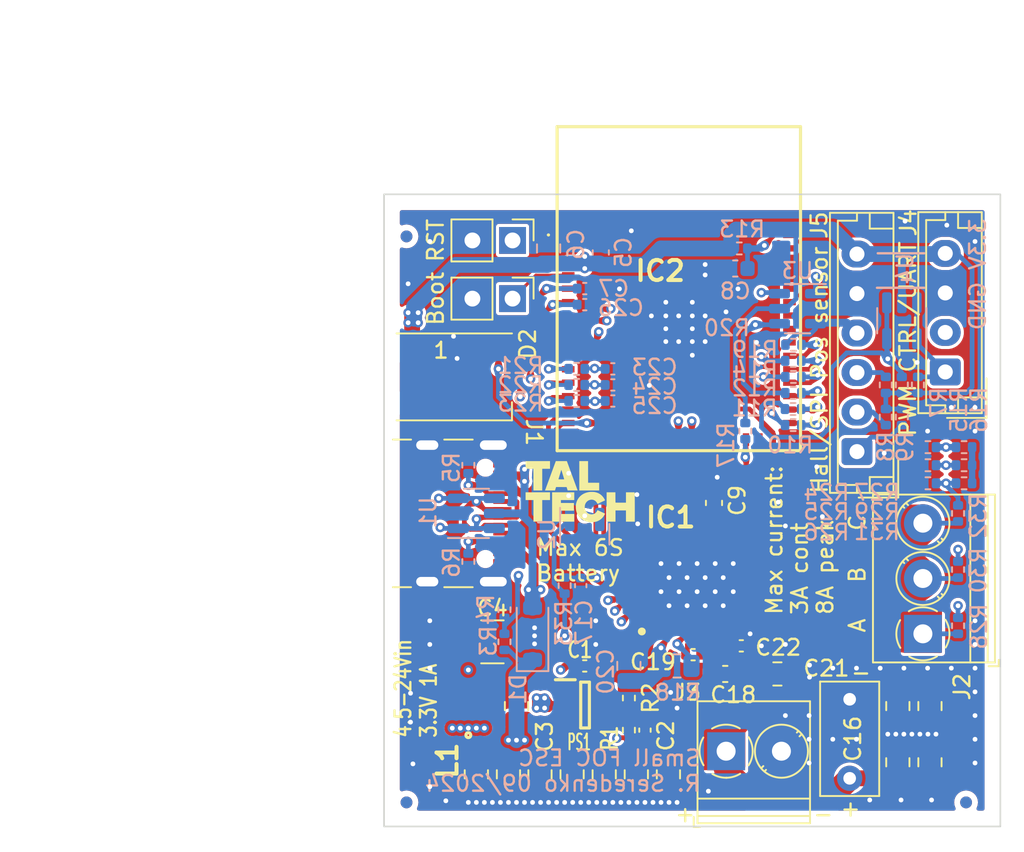
<source format=kicad_pcb>
(kicad_pcb (version 20240108) (generator "pcbnew") (generator_version "8.0")
  (layers (0 "F.Cu" signal) (1 "In1.Cu" signal) (2 "In2.Cu" signal) (31 "B.Cu" signal) (34 "B.Paste" user) (35 "F.Paste" user) (36 "B.SilkS" user "B.Silkscreen") (37 "F.SilkS" user "F.Silkscreen") (38 "B.Mask" user) (39 "F.Mask" user) (44 "Edge.Cuts" user))
  (net 0 "")
  (net 1 "Net-(PS1-BOOT)")
  (net 2 "Net-(PS1-SW)")
  (net 3 "+3.3V")
  (net 4 "Net-(PS1-FB)")
  (net 5 "GND")
  (net 6 "VBUS")
  (net 7 "/Vbus_ADC")
  (net 8 "/ESP_EN")
  (net 9 "Net-(IC1-AVDD)")
  (net 10 "/VREF")
  (net 11 "Net-(IC1-CP)")
  (net 12 "Net-(IC1-CPL)")
  (net 13 "Net-(IC1-CPH)")
  (net 14 "/DRV_BUCK")
  (net 15 "/SOA")
  (net 16 "/SOB")
  (net 17 "/SOC")
  (net 18 "Net-(D1-A)")
  (net 20 "/LED_DIN")
  (net 21 "Net-(IC1-SW_BK)")
  (net 22 "/OUT_A")
  (net 23 "/OUT_B")
  (net 24 "/OUT_C")
  (net 25 "/DRV_OFF")
  (net 26 "/DRV_nFAULT")
  (net 27 "/DRV_nSLEEP")
  (net 28 "/INHA")
  (net 29 "/INLA")
  (net 30 "/INHB")
  (net 31 "/INLB")
  (net 32 "/INHC")
  (net 33 "/INLC")
  (net 34 "/DRV_SDO")
  (net 35 "/DRV_SDI")
  (net 36 "/DRV_SCLK")
  (net 37 "/DRV_CS")
  (net 38 "/ESP_IO0")
  (net 39 "/CS_A")
  (net 40 "/CS_B")
  (net 42 "/CS_C")
  (net 43 "/TEMP_ADC")
  (net 44 "/D-")
  (net 45 "/D+")
  (net 46 "/SENSE_A")
  (net 47 "/SENSE_B")
  (net 48 "/SENSE_C")
  (net 49 "Net-(IC2-IO35)")
  (net 50 "Net-(IC2-IO36)")
  (net 51 "Net-(IC2-IO37)")
  (net 52 "Net-(IC2-IO38)")
  (net 53 "Net-(IC2-IO39)")
  (net 60 "Net-(J1-CC1)")
  (net 62 "Net-(J1-CC2)")
  (net 64 "/UART TX")
  (net 65 "/UART RX{slash}PWM_IN")
  (net 66 "/Hall_A{slash}SCK")
  (net 67 "/Hall_B{slash}MOSI")
  (net 68 "/Hall_C{slash}MISO")
  (net 69 "/CS")
  (net 71 "Net-(IC2-IO40)")
  (net 72 "Net-(R27-Pad1)")
  (footprint "Capacitor_SMD:C_0603_1608Metric" (layer "F.Cu") (at 127.508 102.108)
    (property "Reference" "C18")
    (property "Value" "1 uF 35V")
  )
  (footprint "Capacitor_SMD:C_0805_2012Metric" (layer "F.Cu") (at 115.786 108.458 90)
    (property "Reference" "C31" (hide yes))
    (property "Value" "10 uF 50V")
  )
  (footprint "Capacitor_SMD:C_0805_2012Metric" (layer "F.Cu") (at 119.85 108.458 90)
    (property "Reference" "C27" (hide yes))
    (property "Value" "10 uF 50V")
  )
  (footprint "Capacitor_SMD:C_0402_1005Metric" (layer "F.Cu") (at 128.524 100.33 180)
    (property "Reference" "C22")
    (property "Value" "0.1 uF 50V")
  )
  (footprint "Fiducial:Fiducial_0.75mm_Mask1.5mm" (layer "F.Cu") (at 107.3404 74.422)
    (property "Reference" "FID1" (hide yes))
    (property "Value" "Fiducial")
  )
  (footprint "SamacSys_Parts:VLS3015" (layer "F.Cu") (at 111.252 103.632 90)
    (property "Reference" "L1")
    (property "Value" "10 uH 1A" (hide yes))
  )
  (footprint "SamacSys_Parts:SOT95P280X110-6N" (layer "F.Cu") (at 118.638 104.074)
    (property "Reference" "PS1")
    (property "Value" "TPS54202DDCR" (hide yes))
  )
  (footprint "Capacitor_SMD:C_0805_2012Metric" (layer "F.Cu") (at 140.462 107.696 -90)
    (property "Reference" "C15" (hide yes))
    (property "Value" "10 uF 50V")
  )
  (footprint "Capacitor_SMD:C_0805_2012Metric" (layer "F.Cu") (at 117.818 108.458 90)
    (property "Reference" "C32" (hide yes))
    (property "Value" "10 uF 50V")
  )
  (footprint "Capacitor_SMD:C_0805_2012Metric" (layer "F.Cu") (at 114.3 104.14 -90)
    (property "Reference" "C3")
    (property "Value" "10 uF 50V")
  )
  (footprint "Capacitor_SMD:C_0805_2012Metric" (layer "F.Cu") (at 138.43 107.696 -90)
    (property "Reference" "C14" (hide yes))
    (property "Value" "10 uF 50V")
  )
  (footprint "Connector_USB:USB_C_Receptacle_GCT_USB4105-xx-A_16P_TopMnt_Horizontal" (layer "F.Cu") (at 109.728 91.948 -90)
    (property "Reference" "J1")
    (property "Value" "USB4105")
  )
  (footprint "Connector_JST:JST_EH_B4B-EH-A_1x04_P2.50mm_Vertical" (layer "F.Cu") (at 141.432 82.998 90)
    (property "Reference" "J4")
    (property "Value" "JST B4B-EH-A")
  )
  (footprint "Connector_JST:JST_EH_B6B-EH-A_1x06_P2.50mm_Vertical" (layer "F.Cu") (at 135.844 88.038 90)
    (property "Reference" "J5")
    (property "Value" "JST B6B-EH-A")
  )
  (footprint "Capacitor_SMD:C_0402_1005Metric" (layer "F.Cu") (at 122.428 105.664 90)
    (property "Reference" "C2")
    (property "Value" "56 pF 50V")
  )
  (footprint "SamacSys_Parts:ESP32S3MINI1N8" (layer "F.Cu") (at 124.572 80.279)
    (property "Reference" "IC2")
    (property "Value" "ESP32-S3-MINI-1-N8" (hide yes))
  )
  (footprint "LED_SMD:LED_WS2812B_PLCC4_5.0x5.0mm_P3.2mm" (layer "F.Cu") (at 110.363 83.312)
    (property "Reference" "D2")
    (property "Value" "WS2812B")
  )
  (footprint "Resistor_SMD:R_0402_1005Metric" (layer "F.Cu") (at 121.412 105.664 90)
    (property "Reference" "R1")
    (property "Value" "100kR 1%")
  )
  (footprint "Capacitor_SMD:C_1210_3225Metric" (layer "F.Cu") (at 112.776 100.076)
    (property "Reference" "C4")
    (property "Value" "47 uF 16V")
  )
  (footprint "Capacitor_SMD:C_0805_2012Metric" (layer "F.Cu") (at 140.462 104.14 90)
    (property "Reference" "C12" (hide yes))
    (property "Value" "10 uF 50V")
  )
  (footprint "TerminalBlock_Phoenix:TerminalBlock_Phoenix_PT-1,5-3-3.5-H_1x03_P3.50mm_Horizontal" (layer "F.Cu") (at 140.016 99.568 90)
    (property "Reference" "J2")
    (property "Value" "PT-1,5-3-3.5-H")
  )
  (footprint "Resistor_SMD:R_0402_1005Metric" (layer "F.Cu") (at 121.412 103.632 90)
    (property "Reference" "R2")
    (property "Value" "22.1kR 1%")
  )
  (footprint "Connector_PinHeader_2.54mm:PinHeader_1x02_P2.54mm_Vertical" (layer "F.Cu") (at 114.051 74.676 -90)
    (property "Reference" "SW2" (hide yes))
    (property "Value" "RST")
  )
  (footprint "Connector_PinHeader_2.54mm:PinHeader_1x02_P2.54mm_Vertical" (layer "F.Cu") (at 114.051 78.359 -90)
    (property "Reference" "SW1" (hide yes))
    (property "Value" "Boot")
  )
  (footprint "Capacitor_SMD:C_0402_1005Metric" (layer "F.Cu") (at 118.618 101.6 180)
    (property "Reference" "C1")
    (property "Value" "0.1 uF 50V")
  )
  (footprint "Capacitor_SMD:C_0603_1608Metric" (layer "F.Cu") (at 126.7968 91.2876 -90)
    (property "Reference" "C9")
    (property "Value" "1 uF 35V")
  )
  (footprint "LOGO" (layer "F.Cu") (at 118.5164 90.8304)
    (property "Reference" "G***" (hide yes))
    (property "Value" "LOGO" (hide yes))
  )
  (footprint "Fiducial:Fiducial_0.75mm_Mask1.5mm" (layer "F.Cu") (at 142.748 110.236)
    (property "Reference" "FID3" (hide yes))
    (property "Value" "Fiducial")
  )
  (footprint "Capacitor_SMD:C_0805_2012Metric" (layer "F.Cu") (at 121.882 108.458 90)
    (property "Reference" "C28" (hide yes))
    (property "Value" "10 uF 50V")
  )
  (footprint "SamacSys_Parts:QFN50P500X700X100-41N-D" (layer "F.Cu") (at 125.73 96.52 90)
    (property "Reference" "IC1")
    (property "Value" "DRV8316CRRGFR" (hide yes))
  )
  (footprint "Capacitor_SMD:C_0402_1005Metric" (layer "F.Cu") (at 125.476 100.8888)
    (property "Reference" "C19")
    (property "Value" "47 nF 50V")
  )
  (footprint "Fiducial:Fiducial_0.75mm_Mask1.5mm" (layer "F.Cu") (at 107.3404 110.236)
    (property "Reference" "FID2" (hide yes))
    (property "Value" "Fiducial")
  )
  (footprint "Capacitor_SMD:C_0805_2012Metric" (layer "F.Cu") (at 130.81 102.108)
    (property "Reference" "C21")
    (property "Value" "10 uF 50V")
  )
  (footprint "Capacitor_SMD:C_0805_2012Metric" (layer "F.Cu") (at 138.43 104.14 90)
    (property "Reference" "C29" (hide yes))
    (property "Value" "10 uF 50V")
  )
  (footprint "Capacitor_THT:C_Rect_L7.0mm_W3.5mm_P5.00mm" (layer "F.Cu") (at 135.382 108.712 90)
    (property "Reference" "C16")
    (property "Value" "220 uF 35V")
  )
  (footprint "TerminalBlock_Phoenix:TerminalBlock_Phoenix_PT-1,5-2-3.5-H_1x02_P3.50mm_Horizontal" (layer "F.Cu") (at 127.564 106.996)
    (property "Reference" "J3")
    (property "Value" "PT-1,5-2-3.5-H")
  )
  (footprint "Capacitor_SMD:C_0805_2012Metric" (layer "F.Cu") (at 111.76 108.458 90)
    (property "Reference" "C11" (hide yes))
    (property "Value" "10 uF 50V")
  )
  (footprint "Capacitor_SMD:C_0805_2012Metric" (layer "F.Cu") (at 113.792 108.458 90)
    (property "Reference" "C30" (hide yes))
    (property "Value" "10 uF 50V")
  )
  (footprint "Capacitor_SMD:C_0805_2012Metric" (layer "F.Cu") (at 123.914 108.458 90)
    (property "Reference" "C10" (hide yes))
    (property "Value" "10 uF 50V")
  )
  (footprint "Resistor_SMD:R_0402_1005Metric" (layer "B.Cu") (at 138.684 83.82 -90)
    (property "Reference" "R15")
    (property "Value" "5.1kR 1%")
  )
  (footprint "Resistor_SMD:R_0402_1005Metric" (layer "B.Cu") (at 142.24 99.06 -90)
    (property "Reference" "R28")
    (property "Value" "47kR 1%")
  )
  (footprint "Resistor_SMD:R_0402_1005Metric" (layer "B.Cu") (at 142.621 88.9 180)
    (property "Reference" "R29")
    (property "Value" "47kR 1%")
  )
  (footprint "Resistor_SMD:R_0402_1005Metric" (layer "B.Cu") (at 131.809357 82.296 180)
    (property "Reference" "R19")
    (property "Value" "0R")
  )
  (footprint "Resistor_SMD:R_0402_1005Metric" (layer "B.Cu") (at 131.805431 86.36 180)
    (property "Reference" "R10")
    (property "Value" "0R")
  )
  (footprint "Resistor_SMD:R_0402_1005Metric" (layer "B.Cu") (at 128.397 75.184 180)
    (property "Reference" "R13")
    (property "Value" "5.1kR 1%")
  )
  (footprint "Resistor_SMD:R_0805_2012Metric" (layer "B.Cu") (at 124.46 101.6 180)
    (property "Reference" "R18")
    (property "Value" "22 R 1%")
  )
  (footprint "Package_TO_SOT_SMD:SOT-23-6" (layer "B.Cu") (at 111.76 91.948)
    (property "Reference" "U1")
    (property "Value" "USBLC6-4SC6")
  )
  (footprint "Resistor_SMD:R_0402_1005Metric" (layer "B.Cu") (at 140.335 87.757)
    (property "Reference" "R24")
    (property "Value" "5.1kR 1%")
  )
  (footprint "Resistor_SMD:R_0402_1005Metric" (layer "B.Cu") (at 117.348 96.518 -90)
    (property "Reference" "R33")
    (property "Value" "5.1kR 1%")
  )
  (footprint "Resistor_SMD:R_0402_1005Metric" (layer "B.Cu") (at 131.826 81.28 180)
    (property "Reference" "R20")
    (property "Value" "0R")
  )
  (footprint "Capacitor_SMD:C_0805_2012Metric" (layer "B.Cu") (at 116.332 75.184 90)
    (property "Reference" "C6")
    (property "Value" "22 uF 16V")
  )
  (footprint "Fiducial:Fiducial_0.75mm_Mask1.5mm" (layer "B.Cu") (at 107.3404 74.422 180)
    (property "Reference" "FID4" (hide yes))
    (property "Value" "Fiducial")
  )
  (footprint "Resistor_SMD:R_0402_1005Metric" (layer "B.Cu") (at 142.24 95.504 -90)
    (property "Reference" "R30")
    (property "Value" "47kR 1%")
  )
  (footprint "Resistor_SMD:R_0402_1005Metric" (layer "B.Cu") (at 142.24 91.948 -90)
    (property "Reference" "R32")
    (property "Value" "47kR 1%")
  )
  (footprint "Resistor_SMD:R_0402_1005Metric" (layer "B.Cu") (at 128.778 86.741 90)
    (property "Reference" "R17")
    (property "Value" "5.1kR 1%")
  )
  (footprint "Resistor_SMD:R_0402_1005Metric" (layer "B.Cu") (at 142.621 87.757 180)
    (property "Reference" "R27")
    (property "Value" "47kR 1%")
  )
  (footprint "Resistor_SMD:R_0402_1005Metric" (layer "B.Cu") (at 118.108 82.804 180)
    (property "Reference" "R21")
    (property "Value" "1kR 1%")
  )
  (footprint "Resistor_SMD:R_0402_1005Metric" (layer "B.Cu") (at 142.621 90.043 180)
    (property "Reference" "R31")
    (property "Value" "47kR 1%")
  )
  (footprint "Capacitor_SMD:C_0805_2012Metric" (layer "B.Cu") (at 121.412 101.6 90)
    (property "Reference" "C20")
    (property "Value" "22 uF 16V")
  )
  (footprint "Resistor_SMD:R_0402_1005Metric" (layer "B.Cu") (at 139.7 83.82 -90)
    (property "Reference" "R16")
    (property "Value" "5.1kR 1%")
  )
  (footprint "Capacitor_SMD:C_0402_1005Metric" (layer "B.Cu") (at 118.364 96.518 -90)
    (property "Reference" "C17")
    (property "Value" "0.1 uF 50V")
  )
  (footprint "Capacitor_SMD:C_0402_1005Metric" (layer "B.Cu") (at 118.618 78.74 180)
    (property "Reference" "C26")
    (property "Value" "0.1 uF 50V")
  )
  (footprint "Resistor_SMD:R_0402_1005Metric" (layer "B.Cu") (at 131.820565 83.312 180)
    (property "Reference" "R14")
    (property "Value" "0R")
  )
  (footprint "Resistor_SMD:R_0402_1005Metric" (layer "B.Cu") (at 113.538 100.076 90)
    (property "Reference" "R3")
    (property "Value" "100kR 1%")
  )
  (footprint "Fiducial:Fiducial_0.75mm_Mask1.5mm" (layer "B.Cu") (at 107.3404 110.236 180)
    (property "Reference" "FID5" (hide yes))
    (property "Value" "Fiducial")
  )
  (footprint "Resistor_SMD:R_0402_1005Metric" (layer "B.Cu") (at 137.668 83.82 90)
    (property "Reference" "R7")
    (property "Value" "1kR 1%")
  )
  (footprint "Capacitor_SMD:C_0402_1005Metric" (layer "B.Cu") (at 118.618 77.724 180)
    (property "Reference" "C7")
    (property "Value" "0.1 uF 50V")
  )
  (footprint "Resistor_SMD:R_0402_1005Metric" (layer "B.Cu") (at 131.815433 84.328 180)
    (property "Reference" "R12")
    (property "Value" "0R")
  )
  (footprint "Resistor_SMD:R_0402_1005Metric" (layer "B.Cu") (at 113.538 98.044 -90)
    (property "Reference" "R4")
    (property "Value" "5.1kR 1%")
  )
  (footprint "Package_TO_SOT_SMD:SOT-23-6" (layer "B.Cu") (at 132.08 78.994 180)
    (property "Reference" "U3")
    (property "Value" "USBLC6-4SC6")
  )
  (footprint "Resistor_SMD:R_0402_1005Metric" (layer "B.Cu") (at 137.668 85.852 -90)
    (property "Reference" "R8")
    (property "Value" "1kR 1%")
  )
  (footprint "Resistor_SMD:R_0402_1005Metric" (layer "B.Cu") (at 140.335 88.9)
    (property "Reference" "R25")
    (property "Value" "5.1kR 1%")
  )
  (footprint "Resistor_SMD:R_0402_1005Metric" (layer "B.Cu") (at 111.252 88.9 -90)
    (property "Reference" "R5")
    (property "Value" "5.1kR 1%")
  )
  (footprint "Resistor_SMD:R_0402_1005Metric" (layer "B.Cu") (at 118.108 84.836 180)
    (property "Reference" "R23")
    (property "Value" "1kR 1%")
  )
  (footprint "Capacitor_SMD:C_0402_1005Metric" (layer "B.Cu") (at 120.394 84.836)
    (property "Reference" "C25")
    (property "Value" "56 pF 50V")
  )
  (footprint "Capacitor_SMD:C_0603_1608Metric" (layer "B.Cu") (at 128.143 76.454)
    (property "Reference" "C8")
    (property "Value" "1 uF 35V")
  )
  (footprint "Resistor_SMD:R_0402_1005Metric" (layer "B.Cu") (at 138.684 85.852 -90)
    (property "Reference" "R9")
    (property "Value" "1kR 1%")
  )
  (footprint "Resistor_SMD:R_0402_1005Metric" (layer "B.Cu") (at 118.108 83.82 180)
    (property "Reference" "R22")
    (property "Value" "1kR 1%")
  )
  (footprint "Diode_SMD:D_SOD-123" (layer "B.Cu") (at 115.316 99.568 90)
    (property "Reference" "D1")
    (property "Value" "1N5819HW")
  )
  (footprint "Resistor_SMD:R_0402_1005Metric" (layer "B.Cu") (at 111.252 94.996 90)
    (property "Reference" "R6")
    (property "Value" "5.1kR 1%")
  )
  (footprint "Resistor_SMD:R_0402_1005Metric" (layer "B.Cu") (at 140.335 90.043)
    (property "Reference" "R26")
    (property "Value" "5.1kR 1%")
  )
  (footprint "Resistor_SMD:R_0402_1005Metric" (layer "B.Cu") (at 131.799187 85.344 180)
    (property "Reference" "R11")
    (property "Value" "0R")
  )
  (footprint "Capacitor_SMD:C_0402_1005Metric" (layer "B.Cu") (at 120.394 83.82)
    (property "Reference" "C24")
    (property "Value" "56 pF 50V")
  )
  (footprint "Package_TO_SOT_SMD:SOT-23-6" (layer "B.Cu") (at 138.684 79.756 90)
    (property "Reference" "U4")
    (property "Value" "USBLC6-4SC6")
  )
  (footprint "Fiducial:Fiducial_0.75mm_Mask1.5mm" (layer "B.Cu") (at 142.748 110.236 180)
    (property "Reference" "FID6" (hide yes))
    (property "Value" "Fiducial")
  )
  (footprint "Capacitor_SMD:C_0603_1608Metric" (layer "B.Cu") (at 119.634 75.438 90)
    (property "Reference" "C5")
    (property "Value" "1 uF 35V")
  )
  (footprint "Package_TO_SOT_SMD:SOT-23" (layer "B.Cu") (at 118.618 93.2688 -90)
    (property "Reference" "U2")
    (property "Value" "MCP9700T-E/TT")
  )
  (footprint "Capacitor_SMD:C_0402_1005Metric" (layer "B.Cu") (at 120.394 82.804)
    (property "Reference" "C23")
    (property "Value" "56 pF 50V")
  )
  (gr_line (start 140.1064 75.4888) (end 137.16 75.4888) (stroke (width 0.15)) (layer "B.SilkS"))
  (gr_line (start 140.1064 77.6732) (end 137.1092 77.6732) (stroke (width 0.15)) (layer "B.SilkS"))
  (gr_rect (start 105.918 71.76) (end 144.918 111.76) (stroke (width 0.1)) (fill none) (layer "Edge.Cuts"))
  (gr_text "Small FOC ESC\nR. Seredenko 09/2024" (at 126.0348 109.6264 0) (layer "B.SilkS") (effects (font (size 1 1)) (justify left bottom mirror)))
  (gr_text "3.3V GND\n" (at 144.0688 73.2028 90) (layer "B.SilkS") (effects (font (size 1 1)) (justify left bottom mirror)))
  (gr_text "-" (at 132.9944 111.556 0) (layer "F.SilkS") (effects (font (size 1 1)) (justify left bottom)))
  (gr_text "+" (at 124.2568 111.5568 0) (layer "F.SilkS") (effects (font (size 1 1)) (justify left bottom)))
  (gr_text "Hall/SPI Pos sensor" (at 134.0612 90.7796 90) (layer "F.SilkS") (effects (font (size 1 1)) (justify left bottom)))
  (gr_text "Max current:\n3A cont\n8A peak\n" (at 134.4168 98.4504 90) (layer "F.SilkS") (effects (font (size 1 1)) (justify left bottom)))
  (gr_text "PWM CTRL/UART" (at 139.6492 87.1728 90) (layer "F.SilkS") (effects (font (size 1 1)) (justify left bottom)))
  (gr_text "+" (at 134.7216 111.2012 0) (layer "F.SilkS") (effects (font (size 1 1)) (justify left bottom)))
  (gr_text "-" (at 135.382 102.592 0) (layer "F.SilkS") (effects (font (size 1 1)) (justify left bottom)))
  (gr_text "Max 6S\nBattery" (at 115.4684 96.3168 0) (layer "F.SilkS") (effects (font (size 1 1)) (justify left bottom)))
  (gr_text "4.5-24Vin\n3.3V 1A\n" (at 109.3216 106.2228 90) (layer "F.SilkS") (effects (font (size 1 0.8)) (justify left bottom)))
  (gr_text "A   B   C" (at 136.4488 99.568 90) (layer "F.SilkS") (effects (font (size 1 1)) (justify left bottom)))
  (segment (start 119.888 102.39) (end 119.098 101.6) (width 0.4) (layer "F.Cu") (net 1))
  (segment (start 119.888 103.124) (end 119.888 102.39) (width 0.4) (layer "F.Cu") (net 1))
  (segment (start 116.078 104.266791) (end 116.078209 104.267) (width 0.5) (layer "F.Cu") (net 2))
  (segment (start 116.327 104.267) (end 116.52 104.074) (width 0.5) (layer "F.Cu") (net 2))
  (segment (start 110.633 104.632) (end 110.236 105.029) (width 1) (layer "F.Cu") (net 2))
  (segment (start 117.348 101.6) (end 117.094 101.854) (width 0.4) (layer "F.Cu") (net 2))
  (segment (start 115.569791 103.632) (end 115.569791 104.266791) (width 0.5) (layer "F.Cu") (net 2))
  (segment (start 116.52 104.074) (end 117.388 104.074) (width 0.4) (layer "F.Cu") (net 2))
  (segment (start 116.078 103.632) (end 116.078 104.266791) (width 0.5) (layer "F.Cu") (net 2))
  (segment (start 115.569791 104.266791) (end 115.57 104.267) (width 0.5) (layer "F.Cu") (net 2))
  (segment (start 118.138 101.6) (end 117.348 101.6) (width 0.4) (layer "F.Cu") (net 2))
  (segment (start 115.57 104.267) (end 116.078209 104.267) (width 0.5) (layer "F.Cu") (net 2))
  (segment (start 110.235791 105.537) (end 112.268 105.537) (width 1) (layer "F.Cu") (net 2))
  (segment (start 117.388 104.074) (end 116.271209 104.074) (width 0.5) (layer "F.Cu") (net 2))
  (segment (start 116.078209 104.267) (end 116.327 104.267) (width 0.5) (layer "F.Cu") (net 2))
  (segment (start 110.633 104.632) (end 111.252 104.632) (width 1) (layer "F.Cu") (net 2))
  (segment (start 115.569791 103.758582) (end 116.078209 104.267) (width 0.5) (layer "F.Cu") (net 2))
  (segment (start 116.271209 104.074) (end 116.078209 104.267) (width 0.5) (layer "F.Cu") (net 2))
  (segment (start 115.569791 103.632) (end 116.078 103.632) (width 0.5) (layer "F.Cu") (net 2))
  (segment (start 111.871 104.632) (end 112.268 105.029) (width 1) (layer "F.Cu") (net 2))
  (segment (start 116.078 103.632) (end 116.52 104.074) (width 0.4) (layer "F.Cu") (net 2))
  (segment (start 115.569791 103.632) (end 115.569791 103.758582) (width 0.5) (layer "F.Cu") (net 2))
  (segment (start 111.252 104.632) (end 111.871 104.632) (width 1) (layer "F.Cu") (net 2))
  (via (at 110.235791 105.537) (size 0.6) (drill 0.3) (layers "F.Cu" "B.Cu") (net 2))
  (via (at 111.760209 105.537) (size 0.6) (drill 0.3) (layers "F.Cu" "B.Cu") (net 2))
  (via (at 115.57 104.267) (size 0.6) (drill 0.3) (layers "F.Cu" "B.Cu") (net 2))
  (via (at 111.252 105.537) (size 0.6) (drill 0.3) (layers "F.Cu" "B.Cu") (net 2))
  (via (at 117.094 101.854) (size 0.6) (drill 0.3) (layers "F.Cu" "B.Cu") (net 2))
  (via (at 116.078209 104.267) (size 0.6) (drill 0.3) (layers "F.Cu" "B.Cu") (net 2))
  (via (at 115.569791 103.632) (size 0.6) (drill 0.3) (layers "F.Cu" "B.Cu") (net 2))
  (via (at 116.078 103.632) (size 0.6) (drill 0.3) (layers "F.Cu" "B.Cu") (net 2))
  (via (at 112.268 105.537) (size 0.6) (drill 0.3) (layers "F.Cu" "B.Cu") (net 2))
  (via (at 110.744 105.537) (size 0.6) (drill 0.3) (layers "F.Cu" "B.Cu") (net 2))
  (segment (start 115.824 104.013) (end 115.951 103.886) (width 1) (layer "B.Cu") (net 2))
  (segment (start 118.618 76.454) (end 118.193 76.029) (width 0.5) (layer "F.Cu") (net 3))
  (segment (start 111.301 98.601) (end 110.49 97.79) (width 1) (layer "F.Cu") (net 3))
  (segment (start 118.281 76.029) (end 117.572 76.029) (width 0.5) (layer "F.Cu") (net 3))
  (segment (start 122.398 106.174) (end 122.428 106.144) (width 0.4) (layer "F.Cu") (net 3))
  (segment (start 121.412 106.174) (end 122.398 106.174) (width 0.4) (layer "F.Cu") (net 3))
  (segment (start 111.252 101.854) (end 111.301 101.854) (width 0.3) (layer "F.Cu") (net 3))
  (segment (start 110.49 88.138) (end 110.49 84.239) (width 1) (layer "F.Cu") (net 3))
  (segment (start 110.49 95.692472) (end 108.077 93.279472) (width 1) (layer "F.Cu") (net 3))
  (segment (start 111.301 100.076) (end 111.301 101.854) (width 1.25) (layer "F.Cu") (net 3))
  (segment (start 118.618 75.692) (end 118.618 76.454) (width 0.5) (layer "F.Cu") (net 3))
  (segment (start 107.913 81.662) (end 107.696 81.445) (width 1) (layer "F.Cu") (net 3))
  (segment (start 110.49 97.79) (end 110.49 95.692472) (width 1) (layer "F.Cu") (net 3))
  (segment (start 108.077 93.279472) (end 108.077 90.551) (width 1) (layer "F.Cu") (net 3))
  (segment (start 107.696 81.445) (end 107.696 79.502) (width 1) (layer "F.Cu") (net 3))
  (segment (start 111.301 100.076) (end 111.301 98.601) (width 1) (layer "F.Cu") (net 3))
  (segment (start 120.678 106.144) (end 122.428 106.144) (width 0.3) (layer "F.Cu") (net 3))
  (segment (start 111.301 101.854) (end 111.301 102.583) (width 1.25) (layer "F.Cu") (net 3))
  (segment (start 118.193 76.029) (end 117.572 76.029) (width 0.5) (layer "F.Cu") (net 3))
  (segment (start 118.618 75.692) (end 118.281 76.029) (width 0.5) (layer "F.Cu") (net 3))
  (segment (start 120.65 106.172) (end 120.678 106.144) (width 0.3) (layer "F.Cu") (net 3))
  (segment (start 108.077 90.551) (end 110.49 88.138) (width 1) (layer "F.Cu") (net 3))
  (segment (start 110.49 84.239) (end 107.913 81.662) (width 1) (layer "F.Cu") (net 3))
  (via (at 107.442 79.248) (size 0.6) (drill 0.3) (layers "F.Cu" "B.Cu") (net 3))
  (via (at 108.077 79.883) (size 0.6) (drill 0.3) (layers "F.Cu" "B.Cu") (net 3))
  (via (at 118.618 75.692) (size 0.6) (drill 0.3) (layers "F.Cu" "B.Cu") (net 3))
  (via (at 107.442 79.883) (size 0.6) (drill 0.3) (layers "F.Cu" "B.Cu") (net 3))
  (via (at 120.65 106.172) (size 0.6) (drill 0.3) (layers "F.Cu" "B.Cu") (net 3))
  (via (at 111.252 101.854) (size 0.6) (drill 0.3) (layers "F.Cu" "B.Cu") (net 3))
  (via (at 108.077 79.248) (size 0.6) (drill 0.3) (layers "F.Cu" "B.Cu") (net 3))
  (via (at 117.348 99.695) (size 0.6) (drill 0.3) (layers "F.Cu" "B.Cu") (net 3))
  (via (at 118.618 76.454) (size 0.6) (drill 0.3) (layers "F.Cu" "B.Cu") (net 3))
  (segment (start 116.678 93.3213) (end 117.668 92.3313) (width 0.3) (layer "B.Cu") (net 3))
  (segment (start 142.746 84.33) (end 143.129 83.947) (width 0.3) (layer "B.Cu") (net 3))
  (segment (start 137.668 85.342) (end 138.684 85.342) (width 0.3) (layer "B.Cu") (net 3))
  (segment (start 131.9784 73.9935) (end 134.2995 73.9935) (width 1) (layer "B.Cu") (net 3))
  (segment (start 128.778 86.231) (end 128.778 84.6328) (width 0.3) (layer "B.Cu") (net 3))
  (segment (start 134.2995 73.9935) (end 135.844 75.538) (width 1) (layer "B.Cu") (net 3))
  (segment (start 116.332 76.134) (end 119.555 76.134) (width 1) (layer "B.Cu") (net 3))
  (segment (start 119.634 76.213) (end 122.415 76.213) (width 1) (layer "B.Cu") (net 3))
  (segment (start 116.332 76.134) (end 116.24 76.226) (width 1) (layer "B.Cu") (net 3))
  (segment (start 131.362107 78.994) (end 131.9784 78.377707) (width 0.3) (layer "B.Cu") (net 3))
  (segment (start 138.724 75.498) (end 141.432 75.498) (width 0.5) (layer "B.Cu") (net 3))
  (segment (start 128.151 80.352761) (end 129.509761 78.994) (width 0.3) (layer "B.Cu") (net 3))
  (segment (start 110.464 76.226) (end 107.823 78.867) (width 1) (layer "B.Cu") (net 3))
  (segment (start 130.9425 78.994) (end 131.362107 78.994) (width 0.3) (layer "B.Cu") (net 3))
  (segment (start 139.7 84.33) (end 142.746 84.33) (width 0.3) (layer "B.Cu") (net 3))
  (segment (start 107.823 78.867) (end 107.823 79.629) (width 1) (layer "B.Cu") (net 3))
  (segment (start 127.887 75.184) (end 127.887 74.297) (width 1) (layer "B.Cu") (net 3))
  (segment (start 128.778 84.6328) (end 128.151 84.0058) (width 0.3) (layer "B.Cu") (net 3))
  (segment (start 117.348 97.028) (end 116.678 96.358) (width 0.3) (layer "B.Cu") (net 3))
  (segment (start 135.844 75.538) (end 141.392 75.538) (width 1) (layer "B.Cu") (net 3))
  (segment (start 138.684 78.6185) (end 138.684 75.538) (width 0.5) (layer "B.Cu") (net 3))
  (segment (start 141.392 75.538) (end 141.432 75.498) (width 1) (layer "B.Cu") (net 3))
  (segment (start 128.1905 73.9935) (end 131.9784 73.9935) (width 1) (layer "B.Cu") (net 3))
  (segment (start 119.555 76.134) (end 119.634 76.213) (width 1) (layer "B.Cu") (net 3))
  (segment (start 128.151 84.0058) (end 128.151 80.352761) (width 0.3) (layer "B.Cu") (net 3))
  (segment (start 123.444 75.184) (end 127.887 75.184) (width 1) (layer "B.Cu") (net 3))
  (segment (start 143.129 76.454) (end 142.173 75.498) (width 0.3) (layer "B.Cu") (net 3))
  (segment (start 142.173 75.498) (end 141.432 75.498) (width 0.3) (layer "B.Cu") (net 3))
  (segment (start 122.415 76.213) (end 123.444 75.184) (width 1) (layer "B.Cu") (net 3))
  (segment (start 117.348 99.695) (end 117.348 97.028) (width 0.3) (layer "B.Cu") (net 3))
  (segment (start 116.678 96.358) (end 116.678 93.3213) (width 0.3) (layer "B.Cu") (net 3))
  (segment (start 116.24 76.226) (end 110.464 76.226) (width 1) (layer "B.Cu") (net 3))
  (segment (start 138.684 75.538) (end 138.724 75.498) (width 0.5) (layer "B.Cu") (net 3))
  (segment (start 137.668 84.33) (end 139.7 84.33) (width 0.3) (layer "B.Cu") (net 3))
  (segment (start 127.887 74.297) (end 128.1905 73.9935) (width 1) (layer "B.Cu") (net 3))
  (segment (start 131.9784 78.377707) (end 131.9784 73.9935) (width 0.3) (layer "B.Cu") (net 3))
  (segment (start 129.509761 78.994) (end 130.9425 78.994) (width 0.3) (layer "B.Cu") (net 3))
  (segment (start 143.129 83.947) (end 143.129 76.454) (width 0.3) (layer "B.Cu") (net 3))
  (segment (start 137.668 84.33) (end 137.668 85.342) (width 0.3) (layer "B.Cu") (net 3))
  (segment (start 122.398 105.154) (end 122.428 105.184) (width 0.4) (layer "F.Cu") (net 4))
  (segment (start 121.412 104.142) (end 121.412 105.154) (width 0.4) (layer "F.Cu") (net 4))
  (segment (start 121.412 105.154) (end 122.398 105.154) (width 0.4) (layer "F.Cu") (net 4))
  (segment (start 121.282 105.024) (end 121.412 105.154) (width 0.4) (layer "F.Cu") (net 4))
  (segment (start 119.888 105.024) (end 121.282 105.024) (width 0.4) (layer "F.Cu") (net 4))
  (segment (start 126.746 89.916) (end 127 89.662) (width 0.4) (layer "F.Cu") (net 5))
  (segment (start 126.746 90.665) (end 126.746 89.916) (width 0.4) (layer "F.Cu") (net 5))
  (segment (start 138.43 106.746) (end 140.462 106.746) (width 1) (layer "F.Cu") (net 5))
  (segment (start 138.43 105.09) (end 140.462 105.09) (width 1) (layer "F.Cu") (net 5))
  (via (at 119.314144 98.741536) (size 0.6) (drill 0.3) (layers "F.Cu" "B.Cu") (net 5))
  (via (at 108.814144 74.741536) (size 0.6) (drill 0.3) (layers "F.Cu" "B.Cu") (net 5))
  (via (at 134.314144 106.241536) (size 0.6) (drill 0.3) (layers "F.Cu" "B.Cu") (net 5))
  (via (at 109.8296 110.1344) (size 0.6) (drill 0.3) (layers "F.Cu" "B.Cu") (net 5))
  (via (at 129.0828 99.568) (size 0.6) (drill 0.3) (layers "F.Cu" "B.Cu") (net 5))
  (via (at 117.602 90.8304) (size 0.6) (drill 0.3) (layers "F.Cu" "B.Cu") (net 5))
  (via (at 123.951791 110.236) (size 0.6) (drill 0.3) (layers "F.Cu" "B.Cu") (net 5))
  (via (at 131.314144 100.241536) (size 0.6) (drill 0.3) (layers "F.Cu" "B.Cu") (net 5))
  (via (at 108.814144 109.241536) (size 0.6) (drill 0.3) (layers "F.Cu" "B.Cu") (net 5))
  (via (at 131.314144 92.741536) (size 0.6) (drill 0.3) (layers "F.Cu" "B.Cu") (net 5))
  (via (at 126.873 96.901) (size 0.6) (drill 0.3) (layers "F.Cu" "B.Cu") (net 5))
  (via (at 126.873 95.123) (size 0.6) (drill 0.3) (layers "F.Cu" "B.Cu") (net 5))
  (via (at 127.381 96.012) (size 0.6) (drill 0.3) (layers "F.Cu" "B.Cu") (net 5))
  (via (at 112.268 110.236) (size 0.6) (drill 0.3) (layers "F.Cu" "B.Cu") (net 5))
  (via (at 116.331791 110.236) (size 0.6) (drill 0.3) (layers "F.Cu" "B.Cu") (net 5))
  (via (at 126.238 96.012) (size 0.6) (drill 0.3) (layers "F.Cu" "B.Cu") (net 5))
  (via (at 107.7468 107.7976) (size 0.6) (drill 0.3) (layers "F.Cu" "B.Cu") (net 5))
  (via (at 133.2992 89.0016) (size 0.6) (drill 0.3) (layers "F.Cu" "B.Cu") (net 5))
  (via (at 126.238 76.2) (size 0.6) (drill 0.3) (layers "F.Cu" "B.Cu") (net 5))
  (via (at 140.314144 101.741536) (size 0.6) (drill 0.3) (layers "F.Cu" "B.Cu") (net 5))
  (via (at 123.7488 79.4512) (size 0.6) (drill 0.3) (layers "F.Cu" "B.Cu") (net 5))
  (via (at 143.314144 85.241536) (size 0.6) (drill 0.3) (layers "F.Cu" "B.Cu") (net 5))
  (via (at 126.4412 109.5248) (size 0.6) (drill 0.3) (layers "F.Cu" "B.Cu") (net 5))
  (via (at 129.4892 81.1276) (size 0.6) (drill 0.3) (layers "F.Cu" "B.Cu") (net 5))
  (via (at 133.6548 92.1512) (size 0.6) (drill 0.3) (layers "F.Cu" "B.Cu") (net 5))
  (via (at 126.238 76.8604) (size 0.6) (drill 0.3) (layers "F.Cu" "B.Cu") (net 5))
  (via (at 135.814144 106.241536) (size 0.6) (drill 0.3) (layers "F.Cu" "B.Cu") (net 5))
  (via (at 124.5616 79.4512) (size 0.6) (drill 0.3) (layers "F.Cu" "B.Cu") (net 5))
  (via (at 116.84 110.236) (size 0.6) (drill 0.3) (layers "F.Cu" "B.Cu") (net 5))
  (via (at 143.314144 74.741536) (size 0.6) (drill 0.3) (layers "F.Cu" "B.Cu") (net 5))
  (via (at 123.952 97.79) (size 0.6) (drill 0.3) (layers "F.Cu" "B.Cu") (net 5))
  (via (at 120.814144 77.741536) (size 0.6) (drill 0.3) (layers "F.Cu" "B.Cu") (net 5))
  (via (at 117.602 89.408) (size 0.6) (drill 0.3) (layers "F.Cu" "B.Cu") (net 5))
  (via (at 124.46 110.236) (size 0.6) (drill 0.3) (layers "F.Cu" "B.Cu") (net 5))
  (via (at 135.814144 101.741536) (size 0.6) (drill 0.3) (layers "F.Cu" "B.Cu") (net 5))
  (via (at 113.791791 110.236) (size 0.6) (drill 0.3) (layers "F.Cu" "B.Cu") (net 5))
  (via (at 119.888 110.236) (size 0.6) (drill 0.3) (layers "F.Cu" "B.Cu") (net 5))
  (via (at 122.8344 79.4512) (size 0.6) (drill 0.3) (layers "F.Cu" "B.Cu") (net 5))
  (via (at 111.76 110.236) (size 0.6) (drill 0.3) (layers "F.Cu" "B.Cu") (net 5))
  (via (at 122.702954 83.849846) (size 0.6) (drill 0.3) (layers "F.Cu" "B.Cu") (net 5))
  (via (at 139.827 105.918) (size 0.6) (drill 0.3) (layers "F.Cu" "B.Cu") (net 5))
  (via (at 112.776209 110.236) (size 0.6) (drill 0.3) (layers "F.Cu" "B.Cu") (net 5))
  (via (at 123.444 95.123) (size 0.6) (drill 0.3) (layers "F.Cu" "B.Cu") (net 5))
  (via (at 121.92 110.236) (size 0.6) (drill 0.3) (layers "F.Cu" "B.Cu") (net 5))
  (via (at 132.814144 104.741536) (size 0.6) (drill 0.3) (layers "F.Cu" "B.Cu") (net 5))
  (via (at 127.381 97.79) (size 0.6) (drill 0.3) (layers "F.Cu" "B.Cu") (net 5))
  (via (at 137.314144 101.741536) (size 0.6) (drill 0.3) (layers "F.Cu" "B.Cu") (net 5))
  (via (at 122.936209 110.236) (size 0.6) (drill 0.3) (layers "F.Cu" "B.Cu") (net 5))
  (via (at 108.814144 100.241536) (size 0.6) (drill 0.3) (layers "F.Cu" "B.Cu") (net 5))
  (via (at 107.5944 105.156) (size 0.6) (drill 0.3) (layers "F.Cu" "B.Cu") (net 5))
  (via (at 141.814144 101.741536) (size 0.6) (drill 0.3) (layers "F.Cu" "B.Cu") (net 5))
  (via (at 143.314144 106.241536) (size 0.6) (drill 0.3) (layers "F.Cu" "B.Cu") (net 5))
  (via (at 123.444 110.236) (size 0.6) (drill 0.3) (layers "F.Cu" "B.Cu") (net 5))
  (via (at 123.444 96.901) (size 0.6) (drill 0.3) (layers "F.Cu" "B.Cu") (net 5))
  (via (at 117.348 110.236) (size 0.6) (drill 0.3) (layers "F.Cu" "B.Cu") (net 5))
  (via (at 123.952 96.012) (size 0.6) (drill 0.3) (layers "F.Cu" "B.Cu") (net 5))
  (via (at 138.811 105.918) (size 0.6) (drill 0.3) (layers "F.Cu" "B.Cu") (net 5))
  (via (at 139.319209 105.918) (size 0.6) (drill 0.3) (layers "F.Cu" "B.Cu") (net 5))
  (via (at 111.251791 110.236) (size 0.6) (drill 0.3) (layers "F.Cu" "B.Cu") (net 5))
  (via (at 125.095 96.012) (size 0.6) (drill 0.3) (layers "F.Cu" "B.Cu") (net 5))
  (via (at 113.284 110.236) (size 0.6) (drill 0.3) (layers "F.Cu" "B.Cu") (net 5))
  (via (at 124.5616 81.0768) (size 0.6) (drill 0.3) (layers "F.Cu" "B.Cu") (net 5))
  (via (at 143.314144 101.741536) (size 0.6) (drill 0.3) (layers "F.Cu" "B.Cu") (net 5))
  (via (at 114.808 110.236) (size 0.6) (drill 0.3) (layers "F.Cu" "B.Cu") (net 5))
  (via (at 110.314144 80.741536) (size 0.6) (drill 0.3) (layers "F.Cu" "B.Cu") (net 5))
  (via (at 132.842 101.5492) (size 0.6) (drill 0.3) (layers "F.Cu" "B.Cu") (net 5))
  (via (at 130.8608 91.2368) (size 0.6) (drill 0.3) (layers "F.Cu" "B.Cu") (net 5))
  (via (at 128.314144 77.741536) (size 0.6) (drill 0.3) (layers "F.Cu" "B.Cu") (net 5))
  (via (at 140.314144 86.741536) (size 0.6) (drill 0.3) (layers "F.Cu" "B.Cu") (net 5))
  (via (at 115.824 110.236) (size 0.6) (drill 0.3) (layers "F.Cu" "B.Cu") (net 5))
  (via (at 121.9708 92.6084) (size 0.6) (drill 0.3) (layers "F.Cu" "B.Cu") (net 5))
  (via (at 114.3 110.236) (size 0.6) (drill 0.3) (layers "F.Cu" "B.Cu") (net 5))
  (via (at 141.814144 85.241536) (size 0.6) (drill 0.3) (layers "F.Cu" "B.Cu") (net 5))
  (via (at 138.6332 110.0836) (size 0.6) (drill 0.3) (layers "F.Cu" "B.Cu") (net 5))
  (via (at 137.5664 88.138) (size 0.6) (drill 0.3) (layers "F.Cu" "B.Cu") (net 5))
  (via (at 110.5408 82.1436) (size 0.6) (drill 0.3) (layers "F.Cu" "B.Cu") (net 5))
  (via (at 143.314144 103.241536) (size 0.6) (drill 0.3) (layers "F.Cu" "B.Cu") (net 5))
  (via (at 124.46 104.267) (size 0.6) (drill 0.3) (layers "F.Cu" "B.Cu") (net 5))
  (via (at 108.814144 101.741536) (size 0.6) (drill 0.3) (layers "F.Cu" "B.Cu") (net 5))
  (via (at 125.73 95.123) (size 0.6) (drill 0.3) (layers "F.Cu" "B.Cu") (net 5))
  (via (at 131.314144 104.741536) (size 0.6) (drill 0.3) (layers "F.Cu" "B.Cu") (net 5))
  (via (at 143.314144 104.741536) (size 0.6) (drill 0.3) (layers "F.Cu" "B.Cu") (net 5))
  (via (at 140.5636 110.0836) (size 0.6) (drill 0.3) (layers "F.Cu" "B.Cu") (net 5))
  (via (at 119.314144 100.241536) (size 0.6) (drill 0.3) (layers "F.Cu" "B.Cu") (net 5))
  (via (at 143.314144 86.741536) (size 0.6) (drill 0.3) (layers "F.Cu" "B.Cu") (net 5))
  (via (at 121.411791 110.236) (size 0.6) (drill 0.3) (layers "F.Cu" "B.Cu") (net 5))
  (via (at 134.314144 101.741536) (size 0.6) (drill 0.3) (layers "F.Cu" "B.Cu") (net 5))
  (via (at 115.316209 110.236) (size 0.6) (drill 0.3) (layers "F.Cu" "B.Cu") (net 5))
  (via (at 127 89.662) (size 0.6) (drill 0.3) (layers "F.Cu" "B.Cu") (net 5))
  (via (at 117.856209 110.236) (size 0.6) (drill 0.3) (layers "F.Cu" "B.Cu") (net 5))
  (via (at 141.5288 73.7108) (size 0.6) (drill 0.3) (layers "F.Cu" "B.Cu") (net 5))
  (via (at 124.0536 103.2764) (size 0.6) (drill 0.3) (layers "F.Cu" "B.Cu") (net 5))
  (via (at 126.238 97.79) (size 0.6) (drill 0.3) (layers "F.Cu" "B.Cu") (net 5))
  (via (at 125.4252 81.9404) (size 0.6) (drill 0.3) (layers "F.Cu" "B.Cu") (net 5))
  (via (at 118.364 110.236) (size 0.6) (drill 0.3) (layers "F.Cu" "B.Cu") (net 5))
  (via (at 126.238 79.4512) (size 0.6) (drill 0.3) (layers "F.Cu" "B.Cu") (net 5))
  (via (at 127.5588 79.1972) (size 0.6) (drill 0.3) (layers "F.Cu" "B.Cu") (net 5))
  (via (at 115.443 99.695) (size 0.6) (drill 0.3) (layers "F.Cu" "B.Cu") (net 5))
  (via (at 125.4252 78.5876) (size 0.6) (drill 0.3) (layers "F.Cu" "B.Cu") (net 5))
  (via (at 140.334791 105.918) (size 0.6) (drill 0.3) (layers "F.Cu" "B.Cu") (net 5))
  (via (at 123.7488 80.264) (size 0.6) (drill 0.3) (layers "F.Cu" "B.Cu") (net 5))
  (via (at 139.6492 82.3976) (size 0.6) (drill 0.3) (layers "F.Cu" "B.Cu") (net 5))
  (via (at 138.303 105.918) (size 0.6) (drill 0.3) (layers "F.Cu" "B.Cu") (net 5))
  (via (at 107.442 77.4192) (size 0.6) (drill 0.3) (layers "F.Cu" "B.Cu") (net 5))
  (via (at 125.73 96.901) (size 0.6) (drill 0.3) (layers "F.Cu" "B.Cu") (net 5))
  (via (at 115.443 99.187) (size 0.6) (drill 0.3) (layers "F.Cu" "B.Cu") (net 5))
  (via (at 121.918 90.76) (size 0.6) (drill 0.3) (layers "F.Cu" "B.Cu") (net 5))
  (via (at 119.38 110.236) (size 0.6) (drill 0.3) (layers "F.Cu" "B.Cu") (net 5))
  (via (at 140.843 105.918) (size 0.6) (drill 0.3) (layers "F.Cu" "B.Cu") (net 5))
  (via (at 143.314144 100.241536) (size 0.6) (drill 0.3) (layers "F.Cu" "B.Cu") (net 5))
  (via (at 122.428 110.236) (size 0.6) (drill 0.3) (layers "F.Cu" "B.Cu") (net 5))
  (via (at 128.016 95.123) (size 0.6) (drill 0.3) (layers "F.Cu" "B.Cu") (net 5))
  (via (at 129.794 100.33) (size 0.6) (drill 0.3) (layers "F.Cu" "B.Cu") (net 5))
  (via (at 123.7488 78.5876) (size 0.6) (drill 0.3) (layers "F.Cu" "B.Cu") (net 5))
  (via (at 125.095 97.79) (size 0.6) (drill 0.3) (layers "F.Cu" "B.Cu") (net 5))
  (via (at 143.314144 107.741536) (size 0.6) (drill 0.3) (layers "F.Cu" "B.Cu") (net 5))
  (via (at 123.7488 81.0768) (size 0.6) (drill 0.3) (layers "F.Cu" "B.Cu") (net 5))
  (via (at 137.794791 105.918) (size 0.6) (drill 0.3) (layers "F.Cu" "B.Cu") (net 5))
  (via (at 126.238 81.0768) (size 0.6) (drill 0.3) (layers "F.Cu" "B.Cu") (net 5))
  (via (at 115.443 100.203209) (size 0.6) (drill 0.3) (layers "F.Cu" "B.Cu") (net 5))
  (via (at 120.396209 110.236) (size 0.6) (drill 0.3) (layers "F.Cu" "B.Cu") (net 5))
  (via (at 125.4252 80.264) (size 0.6) (drill 0.3) (layers "F.Cu" "B.Cu") (net 5))
  (via (at 132.842 102.3112) (size 0.6) (drill 0.3) (layers "F.Cu" "B.Cu") (net 5))
  (via (at 125.4252 81.0768) (size 0.6) (drill 0.3) (layers "F.Cu" "B.Cu") (net 5))
  (via (at 108.814144 98.741536) (size 0.6) (drill 0.3) (layers "F.Cu" "B.Cu") (net 5))
  (via (at 121.5644 74.0664) (size 0.6) (drill 0.3) (layers "F.Cu" "B.Cu") (net 5))
  (via (at 143.314144 98.741536) (size 0.6) (drill 0.3) (layers "F.Cu" "B.Cu") (net 5))
  (via (at 138.814144 101.741536) (size 0.6) (drill 0.3) (layers "F.Cu" "B.Cu") (net 5))
  (via (at 138.8872 73.4568) (size 0.6) (drill 0.3) (layers "F.Cu" "B.Cu") (net 5))
  (via (at 132.814144 106.241536) (size 0.6) (drill 0.3) (layers "F.Cu" "B.Cu") (net 5))
  (via (at 136.652 110.0836) (size 0.6) (drill 0.3) (layers "F.Cu" "B.Cu") (net 5))
  (via (at 118.871791 110.236) (size 0.6) (drill 0.3) (layers "F.Cu" "B.Cu") (net 5))
  (via (at 124.587 95.123) (size 0.6) (drill 0.3) (layers "F.Cu" "B.Cu") (net 5))
  (via (at 132.814144 107.741536) (size 0.6) (drill 0.3) (layers "F.Cu" "B.Cu") (net 5))
  (via (at 128.016 96.901) (size 0.6) (drill 0.3) (layers "F.Cu" "B.Cu") (net 5))
  (via (at 124.587 96.901) (size 0.6) (drill 0.3) (layers "F.Cu" "B.Cu") (net 5))
  (via (at 107.5944 103.3272) (size 0.6) (drill 0.3) (layers "F.Cu" "B.Cu") (net 5))
  (via (at 125.4252 79.4512) (size 0.6) (drill 0.3) (layers "F.Cu" "B.Cu") (net 5))
  (via (at 120.904 110.236) (size 0.6) (drill 0.3) (layers "F.Cu" "B.Cu") (net 5))
  (segment (start 135.844 78.038) (end 134.888 78.994) (width 0.3) (layer "B.Cu") (net 5))
  (segment (start 134.888 78.994) (end 133.2175 78.994) (width 0.3) (layer "B.Cu") (net 5))
  (segment (start 128.024 100.12) (end 127.48 99.576) (width 1) (layer "F.Cu") (net 6))
  (segment (start 138.43 103.19) (end 140.462 103.19) (width 1) (layer "F.Cu") (net 6))
  (segment (start 138.364 108.712) (end 138.43 108.646) (width 1) (layer "F.Cu") (net 6))
  (segment (start 128.9304 109.5756) (end 134.5184 109.5756) (width 1.5) (layer "F.Cu") (net 6))
  (segment (start 129.032 103.632) (end 129.032 102.743) (width 2) (layer "F.Cu") (net 6))
  (segment (start 127.564 108.2092) (end 128.9304 109.5756) (width 1.5) (layer "F.Cu") (net 6))
  (segment (start 140.462 108.646) (end 141.5948 108.646) (width 1) (layer "F.Cu") (net 6))
  (segment (start 128.283 102.108) (end 128.024 101.849) (width 1) (layer "F.Cu") (net 6))
  (segment (start 142.0368 108.204) (end 142.0368 104.0384) (width 1) (layer "F.Cu") (net 6))
  (segment (start 114.62 105.41) (end 117.475 105.41) (width 1) (layer "F.Cu") (net 6))
  (segment (start 127.48 99.576) (end 127.48 99.12) (width 1) (layer "F.Cu") (net 6))
  (segment (start 142.0368 104.0384) (end 141.1884 103.19) (width 1) (layer "F.Cu") (net 6))
  (segment (start 134.5184 109.5756) (end 135.382 108.712) (width 1.5) (layer "F.Cu") (net 6))
  (segment (start 141.1884 103.19) (end 140.462 103.19) (width 1) (layer "F.Cu") (net 6))
  (segment (start 135.382 108.712) (end 138.364 108.712) (width 1) (layer "F.Cu") (net 6))
  (segment (start 114.3 105.09) (end 114.3 106.873) (width 1) (layer "F.Cu") (net 6))
  (segment (start 114.3 105.09) (end 114.3 106.022) (width 1) (layer "F.Cu") (net 6))
  (segment (start 111.76 107.508) (end 112.903 107.508) (width 1) (layer "F.Cu") (net 6))
  (segment (start 138.43 108.646) (end 140.462 108.646) (width 1) (layer "F.Cu") (net 6))
  (segment (start 141.5948 108.646) (end 142.0368 108.204) (width 1) (layer "F.Cu") (net 6))
  (segment (start 112.903 107.508) (end 114.935 107.508) (width 1) (layer "F.Cu") (net 6))
  (segment (start 114.3 106.111) (end 112.903 107.508) (width 1) (layer "F.Cu") (net 6))
  (segment (start 114.3 105.09) (end 114.3 106.111) (width 1) (layer "F.Cu") (net 6))
  (segment (start 129.86 102.108) (end 128.283 102.108) (width 1) (layer "F.Cu") (net 6))
  (segment (start 114.3 106.022) (end 115.786 107.508) (width 1) (layer "F.Cu") (net 6))
  (segment (start 127.564 106.996) (end 127.564 105.1) (width 2) (layer "F.Cu") (net 6))
  (segment (start 127.564 106.996) (end 127.564 107.5996) (width 2) (layer "F.Cu") (net 6))
  (segment (start 114.3 105.09) (end 114.62 105.41) (width 1) (layer "F.Cu") (net 6))
  (segment (start 128.024 101.849) (end 128.024 100.12) (width 1) (layer "F.Cu") (net 6))
  (segment (start 114.3 106.873) (end 114.935 107.508) (width 1) (layer "F.Cu") (net 6))
  (segment (start 114.935 107.508) (end 123.914 107.508) (width 1) (layer "F.Cu") (net 6))
  (segment (start 127.564 106.996) (end 127.564 108.2092) (width 1.5) (layer "F.Cu") (net 6))
  (segment (start 127.564 105.1) (end 128.651 104.013) (width 2) (layer "F.Cu") (net 6))
  (via (at 114.808209 106.299) (size 0.6) (drill 0.3) (layers "F.Cu" "B.Cu") (net 6))
  (via (at 114.3 106.299) (size 0.6) (drill 0.3) (layers "F.Cu" "B.Cu") (net 6))
  (via (at 113.792209 106.299) (size 0.6) (drill 0.3) (layers "F.Cu" "B.Cu") (net 6))
  (segment (start 113.538 100.586) (end 113.794 100.586) (width 0.3) (layer "B.Cu") (net 6))
  (segment (start 115.316 101.218) (end 114.3 102.234) (width 1) (layer "B.Cu") (net 6))
  (segment (start 114.3 102.234) (end 114.3 106.299) (width 1) (layer "B.Cu") (net 6))
  (segment (start 113.794 100.586) (end 114.426 101.218) (width 0.3) (layer "B.Cu") (net 6))
  (segment (start 114.426 101.218) (end 115.316 101.218) (width 0.3) (layer "B.Cu") (net 6))
  (segment (start 115.705 78.224) (end 115.705 81.526) (width 0.3) (layer "F.Cu") (net 7))
  (segment (start 116.205 77.724) (end 115.705 78.224) (width 0.3) (layer "F.Cu") (net 7))
  (segment (start 116.205 77.724) (end 117.567 77.724) (width 0.3) (layer "F.Cu") (net 7))
  (segment (start 114.539 82.692) (end 114.539 84.567) (width 0.3) (layer "F.Cu") (net 7))
  (segment (start 117.567 77.724) (end 117.572 77.729) (width 0.3) (layer "F.Cu") (net 7))
  (segment (start 115.705 81.526) (end 114.539 82.692) (width 0.3) (layer "F.Cu") (net 7))
  (via (at 116.205 77.724) (size 0.6) (drill 0.3) (layers "F.Cu" "B.Cu") (net 7))
  (via (at 114.539 84.567) (size 0.6) (drill 0.3) (layers "F.Cu" "B.Cu") (net 7))
  (via (at 114.427 95.885) (size 0.6) (drill 0.3) (layers "F.Cu" "B.Cu") (net 7))
  (segment (start 114.427 95.885) (end 114.366 95.946) (width 0.3) (layer "B.Cu") (net 7))
  (segment (start 113.538 98.554) (end 113.538 99.06) (width 0.3) (layer "B.Cu") (net 7))
  (segment (start 114.366 98.232) (end 113.538 99.06) (width 0.3) (layer "B.Cu") (net 7))
  (segment (start 113.538 99.06) (end 113.538 99.566) (width 0.3) (layer "B.Cu") (net 7))
  (segment (start 118.138 77.724) (end 116.205 77.724) (width 0.3) (layer "B.Cu") (net 7))
  (segment (start 114.366 95.946) (end 114.366 98.232) (width 0.3) (layer "B.Cu") (net 7))
  (segment (start 130.649 74.329) (end 131.572 74.329) (width 0.25) (layer "F.Cu") (net 8))
  (segment (start 129.9845 74.9935) (end 130.649 74.329) (width 0.25) (layer "F.Cu") (net 8))
  (via (at 129.9845 74.9935) (size 0.6) (drill 0.3) (layers "F.Cu" "B.Cu") (net 8))
  (segment (start 129.794 75.184) (end 128.907 75.184) (width 0.4) (layer "B.Cu") (net 8))
  (segment (start 129.9845 74.9935) (end 129.794 75.184) (width 0.4) (layer "B.Cu") (net 8))
  (segment (start 128.918 75.195) (end 128.907 75.184) (width 0.3) (layer "B.Cu") (net 8))
  (segment (start 128.918 76.454) (end 128.918 75.195) (width 0.3) (layer "B.Cu") (net 8))
  (segment (start 126.48 92.481) (end 126.746 92.215) (width 0.3) (layer "F.Cu") (net 9))
  (segment (start 126.48 94.02) (end 126.48 92.481) (width 0.3) (layer "F.Cu") (net 9))
  (segment (start 119.38 96.038) (end 116.322 92.98) (width 0.3) (layer "F.Cu") (net 10))
  (segment (start 116.322 86.37) (end 117.313 85.379) (width 0.3) (layer "F.Cu") (net 10))
  (segment (start 116.322 92.98) (end 116.322 86.37) (width 0.3) (layer "F.Cu") (net 10))
  (segment (start 122.23 96.77) (end 120.112 96.77) (width 0.3) (layer "F.Cu") (net 10))
  (segment (start 117.313 85.379) (end 117.572 85.379) (width 0.3) (layer "F.Cu") (net 10))
  (segment (start 120.112 96.77) (end 119.38 96.038) (width 0.3) (layer "F.Cu") (net 10))
  (via (at 119.38 96.038) (size 0.6) (drill 0.3) (layers "F.Cu" "B.Cu") (net 10))
  (segment (start 119.38 96.038) (end 118.364 96.038) (width 0.25) (layer "B.Cu") (net 10))
  (segment (start 118.334 96.008) (end 118.364 96.038) (width 0.25) (layer "B.Cu") (net 10))
  (segment (start 117.348 96.008) (end 118.334 96.008) (width 0.25) (layer "B.Cu") (net 10))
  (segment (start 126.733 100.612035) (end 126.733 102.108) (width 0.3) (layer "F.Cu") (net 11))
  (segment (start 126.48 100.359035) (end 126.733 100.612035) (width 0.3) (layer "F.Cu") (net 11))
  (segment (start 126.48 99.02) (end 126.48 100.359035) (width 0.3) (layer "F.Cu") (net 11))
  (segment (start 125.11227 100.72173) (end 125.11227 100.262154) (width 0.3) (layer "F.Cu") (net 12))
  (segment (start 125.48 99.894424) (end 125.48 99.02) (width 0.3) (layer "F.Cu") (net 12))
  (segment (start 124.996 100.838) (end 125.11227 100.72173) (width 0.3) (layer "F.Cu") (net 12))
  (segment (start 125.11227 100.262154) (end 125.48 99.894424) (width 0.3) (layer "F.Cu") (net 12))
  (segment (start 125.956 100.838) (end 125.98 100.814) (width 0.3) (layer "F.Cu") (net 13))
  (segment (start 125.98 100.814) (end 125.98 99.02) (width 0.3) (layer "F.Cu") (net 13))
  (segment (start 123.444 100.457) (end 123.444 100.306) (width 0.3) (layer "F.Cu") (net 14))
  (segment (start 123.444 100.306) (end 123.98 99.77) (width 0.3) (layer "F.Cu") (net 14))
  (segment (start 123.98 99.77) (end 123.98 99.02) (width 0.3) (layer "F.Cu") (net 14))
  (via (at 123.444 100.457) (size 0.6) (drill 0.3) (layers "F.Cu" "B.Cu") (net 14))
  (segment (start 122.5975 102.55) (end 123.5475 101.6) (width 1) (layer "B.Cu") (net 14))
  (segment (start 121.412 102.55) (end 122.5975 102.55) (width 1) (layer "B.Cu") (net 14))
  (segment (start 123.317 101.3695) (end 123.317 100.838) (width 1) (layer "B.Cu") (net 14))
  (segment (start 120.938106 98.806) (end 121.474106 98.27) (width 0.3) (layer "F.Cu") (net 15))
  (segment (start 121.474106 98.27) (end 122.23 98.27) (width 0.3) (layer "F.Cu") (net 15))
  (via (at 120.938106 98.806) (size 0.6) (drill 0.3) (layers "F.Cu" "B.Cu") (net 15))
  (via (at 119.241831 82.780613) (size 0.6) (drill 0.3) (layers "F.Cu" "B.Cu") (net 15))
  (segment (start 119.241831 82.780613) (end 118.641387 82.780613) (width 0.25) (layer "B.Cu") (net 15))
  (segment (start 119.914 82.804) (end 119.265218 82.804) (width 0.25) (layer "B.Cu") (net 15))
  (segment (start 118.641387 82.780613) (end 118.618 82.804) (width 0.25) (layer "B.Cu") (net 15))
  (segment (start 119.265218 82.804) (end 119.241831 82.780613) (width 0.25) (layer "B.Cu") (net 15))
  (segment (start 120.519928 98.124582) (end 120.87451 97.77) (width 0.3) (layer "F.Cu") (net 16))
  (segment (start 120.87451 97.77) (end 122.23 97.77) (width 0.3) (layer "F.Cu") (net 16))
  (via (at 120.519928 98.124582) (size 0.6) (drill 0.3) (layers "F.Cu" "B.Cu") (net 16))
  (via (at 119.241831 83.81022) (size 0.6) (drill 0.3) (layers "F.Cu" "B.Cu") (net 16))
  (segment (start 118.62778 83.81022) (end 118.618 83.82) (width 0.25) (layer "B.Cu") (net 16))
  (segment (start 119.241831 83.81022) (end 118.62778 83.81022) (width 0.25) (layer "B.Cu") (net 16))
  (segment (start 119.914 83.82) (end 119.251611 83.82) (width 0.25) (layer "B.Cu") (net 16))
  (segment (start 119.251611 83.82) (end 119.241831 83.81022) (width 0.25) (layer "B.Cu") (net 16))
  (segment (start 120.485577 97.451826) (end 120.667403 97.27) (width 0.3) (layer "F.Cu") (net 17))
  (segment (start 120.667403 97.27) (end 122.23 97.27) (width 0.3) (layer "F.Cu") (net 17))
  (segment (start 120.087952 97.451826) (end 120.485577 97.451826) (width 0.3) (layer "F.Cu") (net 17))
  (via (at 119.265637 84.857682) (size 0.6) (drill 0.3) (layers "F.Cu" "B.Cu") (net 17))
  (via (at 120.087952 97.451826) (size 0.6) (drill 0.3) (layers "F.Cu" "B.Cu") (net 17))
  (segment (start 119.914 84.836) (end 119.287319 84.836) (width 0.25) (layer "B.Cu") (net 17))
  (segment (start 119.287319 84.836) (end 119.265637 84.857682) (width 0.25) (layer "B.Cu") (net 17))
  (segment (start 118.639682 84.857682) (end 118.618 84.836) (width 0.25) (layer "B.Cu") (net 17))
  (segment (start 119.265637 84.857682) (end 118.639682 84.857682) (width 0.25) (layer "B.Cu") (net 17))
  (segment (start 114.541 94.348) (end 115.443 95.25) (width 0.5) (layer "F.Cu") (net 18))
  (segment (start 113.408 94.348) (end 114.541 94.348) (width 0.5) (layer "F.Cu") (net 18))
  (segment (start 114.808 89.154) (end 114.808 89.916) (width 0.5) (layer "F.Cu") (net 18))
  (segment (start 113.408 89.548) (end 114.44 89.548) (width 0.5) (layer "F.Cu") (net 18))
  (segment (start 115.443 95.25) (end 115.443 96.393) (width 0.5) (layer "F.Cu") (net 18))
  (segment (start 115.062 96.774) (end 115.824 96.774) (width 0.5) (layer "F.Cu") (net 18))
  (segment (start 115.443 96.393) (end 115.062 96.774) (width 0.5) (layer "F.Cu") (net 18))
  (segment (start 114.44 89.548) (end 114.808 89.916) (width 0.5) (layer "F.Cu") (net 18))
  (via (at 114.808 89.154) (size 0.6) (drill 0.3) (layers "F.Cu" "B.Cu") (net 18))
  (via (at 115.824 96.774) (size 0.6) (drill 0.3) (layers "F.Cu" "B.Cu") (net 18))
  (via (at 115.062 96.774) (size 0.6) (drill 0.3) (layers "F.Cu" "B.Cu") (net 18))
  (via (at 114.808 89.916) (size 0.6) (drill 0.3) (layers "F.Cu" "B.Cu") (net 18))
  (segment (start 114.808 89.154) (end 114.808 92.202) (width 0.5) (layer "B.Cu") (net 18))
  (segment (start 114.808 92.202) (end 114.554 91.948) (width 0.5) (layer "B.Cu") (net 18))
  (segment (start 115.316 92.71) (end 115.316 96.52) (width 0.5) (layer "B.Cu") (net 18))
  (segment (start 115.316 96.52) (end 115.062 96.774) (width 0.5) (layer "B.Cu") (net 18))
  (segment (start 115.316 97.918) (end 115.316 97.028) (width 1) (layer "B.Cu") (net 18))
  (segment (start 114.554 91.948) (end 112.8975 91.948) (width 0.5) (layer "B.Cu") (net 18))
  (segment (start 114.681 92.075) (end 115.316 92.71) (width 0.5) (layer "B.Cu") (net 18))
  (segment (start 121.285 86.233) (end 122.174 85.344) (width 0.3) (layer "F.Cu") (net 20))
  (segment (start 118.745 86.233) (end 121.285 86.233) (width 0.3) (layer "F.Cu") (net 20))
  (segment (start 113.157 82.804) (end 113.157 82.006) (width 0.3) (layer "F.Cu") (net 20))
  (segment (start 129.037 85.344) (end 130.522 86.829) (width 0.3) (layer "F.Cu") (net 20))
  (segment (start 122.174 85.344) (end 129.037 85.344) (width 0.3) (layer "F.Cu") (net 20))
  (segment (start 113.157 82.006) (end 112.813 81.662) (width 0.3) (layer "F.Cu") (net 20))
  (segment (start 130.522 86.829) (end 130.522 87.279) (width 0.3) (layer "F.Cu") (net 20))
  (via (at 113.157 82.804) (size 0.6) (drill 0.3) (layers "F.Cu" "B.Cu") (net 20))
  (via (at 118.745 86.233) (size 0.6) (drill 0.3) (layers "F.Cu" "B.Cu") (net 20))
  (segment (start 113.157 84.582) (end 113.157 82.804) (width 0.3) (layer "B.Cu") (net 20))
  (segment (start 118.745 86.233) (end 114.935 86.233) (width 0.3) (layer "B.Cu") (net 20))
  (segment (start 114.808 86.233) (end 114.427 85.852) (width 0.3) (layer "B.Cu") (net 20))
  (segment (start 114.427 85.852) (end 113.157 84.582) (width 0.3) (layer "B.Cu") (net 20))
  (segment (start 114.935 86.233) (end 114.808 86.233) (width 0.3) (layer "B.Cu") (net 20))
  (segment (start 124.98 99.687318) (end 124.98 99.02) (width 0.3) (layer "F.Cu") (net 21))
  (segment (start 124.46227 100.205048) (end 124.98 99.687318) (width 0.3) (layer "F.Cu") (net 21))
  (via (at 124.46227 100.205048) (size 0.6) (drill 0.3) (layers "F.Cu" "B.Cu") (net 21))
  (segment (start 125.3725 101.115278) (end 124.46227 100.205048) (width 0.3) (layer "B.Cu") (net 21))
  (segment (start 125.3725 101.6) (end 125.3725 101.115278) (width 0.3) (layer "B.Cu") (net 21))
  (segment (start 142.238 99.568) (end 142.24 99.57) (width 0.3) (layer "B.Cu") (net 22))
  (segment (start 140.016 99.568) (end 142.238 99.568) (width 0.3) (layer "B.Cu") (net 22))
  (segment (start 140.016 96.068) (end 139.564 96.52) (width 1) (layer "F.Cu") (net 23))
  (segment (start 140.016 96.068) (end 142.186 96.068) (width 0.3) (layer "B.Cu") (net 23))
  (segment (start 142.186 96.068) (end 142.24 96.014) (width 0.3) (layer "B.Cu") (net 23))
  (segment (start 140.016 92.568) (end 142.13 92.568) (width 0.3) (layer "B.Cu") (net 24))
  (segment (start 142.13 92.568) (end 142.24 92.458) (width 0.3) (layer "B.Cu") (net 24))
  (segment (start 128.48 93.183385) (end 129.672 91.991385) (width 0.3) (layer "F.Cu") (net 25))
  (segment (start 129.672 91.991385) (end 129.672 87.279) (width 0.3) (layer "F.Cu") (net 25))
  (segment (start 128.48 94.02) (end 128.48 93.183385) (width 0.3) (layer "F.Cu") (net 25))
  (segment (start 128.822 88.348) (end 128.822 87.279) (width 0.3) (layer "F.Cu") (net 26))
  (segment (start 127.98 92.976279) (end 128.822 92.134279) (width 0.3) (layer "F.Cu") (net 26))
  (segment (start 127.98 94.02) (end 127.98 92.976279) (width 0.3) (layer "F.Cu") (net 26))
  (segment (start 128.778 88.392) (end 128.822 88.348) (width 0.3) (layer "F.Cu") (net 26))
  (segment (start 128.822 92.134279) (end 128.822 88.436) (width 0.3) (layer "F.Cu") (net 26))
  (segment (start 128.822 88.436) (end 128.778 88.392) (width 0.3) (layer "F.Cu") (net 26))
  (via (at 128.778 88.392) (size 0.6) (drill 0.3) (layers "F.Cu" "B.Cu") (net 26))
  (segment (start 128.778 87.251) (end 128.778 88.392) (width 0.3) (layer "B.Cu") (net 26))
  (segment (start 128.322 91.927173) (end 128.322 88.855239) (width 0.3) (layer "F.Cu") (net 27))
  (segment (start 127.972 88.505239) (end 127.972 87.279) (width 0.3) (layer "F.Cu") (net 27))
  (segment (start 127.48 94.02) (end 127.48 92.769173) (width 0.3) (layer "F.Cu") (net 27))
  (segment (start 128.322 88.855239) (end 127.972 88.505239) (width 0.3) (layer "F.Cu") (net 27))
  (segment (start 127.48 92.769173) (end 128.322 91.927173) (width 0.3) (layer "F.Cu") (net 27))
  (segment (start 127.122 87.279) (end 127.122 87.8128) (width 0.3) (layer "F.Cu") (net 28))
  (segment (start 127.122 87.8128) (end 125.48 89.4548) (width 0.3) (layer "F.Cu") (net 28))
  (segment (start 125.48 89.4548) (end 125.48 94.02) (width 0.3) (layer "F.Cu") (net 28))
  (segment (start 126.272 87.7992) (end 124.98 89.0912) (width 0.3) (layer "F.Cu") (net 29))
  (segment (start 126.272 87.279) (end 126.272 87.7992) (width 0.3) (layer "F.Cu") (net 29))
  (segment (start 124.98 89.0912) (end 124.98 94.02) (width 0.3) (layer "F.Cu") (net 29))
  (segment (start 123.722 88.416) (end 124.48 89.174) (width 0.3) (layer "F.Cu") (net 30))
  (segment (start 124.48 89.174) (end 124.48 94.02) (width 0.3) (layer "F.Cu") (net 30))
  (segment (start 123.722 87.279) (end 123.722 88.416) (width 0.3) (layer "F.Cu") (net 30))
  (segment (start 123.98 89.436) (end 123.98 94.02) (width 0.3) (layer "F.Cu") (net 31))
  (segment (start 122.872 88.328) (end 123.98 89.436) (width 0.3) (layer "F.Cu") (net 31))
  (segment (start 122.872 87.279) (end 122.872 88.328) (width 0.3) (layer "F.Cu") (net 31))
  (segment (start 122.022 88.3416) (end 123.48 89.7996) (width 0.3) (layer "F.Cu") (net 32))
  (segment (start 122.022 87.279) (end 122.022 88.3416) (width 0.3) (layer "F.Cu") (net 32))
  (segment (start 123.48 89.7996) (end 123.48 94.02) (width 0.3) (layer "F.Cu") (net 32))
  (segment (start 122.98 90.0616) (end 122.98 94.02) (width 0.3) (layer "F.Cu") (net 33))
  (segment (start 121.172 88.2536) (end 122.98 90.0616) (width 0.3) (layer "F.Cu") (net 33))
  (segment (start 121.172 87.279) (end 121.172 88.2536) (width 0.3) (layer "F.Cu") (net 33))
  (segment (start 122.23 94.77) (end 121.948 94.77) (width 0.3) (layer "F.Cu") (net 34))
  (segment (start 121.948 94.77) (end 120.322 93.144) (width 0.3) (layer "F.Cu") (net 34))
  (segment (start 120.322 93.144) (end 120.322 87.279) (width 0.3) (layer "F.Cu") (net 34))
  (segment (start 119.822 88.029) (end 119.472 87.679) (width 0.3) (layer "F.Cu") (net 35))
  (segment (start 119.822 93.612) (end 119.822 88.029) (width 0.3) (layer "F.Cu") (net 35))
  (segment (start 121.48 95.27) (end 119.822 93.612) (width 0.3) (layer "F.Cu") (net 35))
  (segment (start 119.472 87.679) (end 119.472 87.279) (width 0.3) (layer "F.Cu") (net 35))
  (segment (start 122.23 95.27) (end 121.48 95.27) (width 0.3) (layer "F.Cu") (net 35))
  (segment (start 122.23 95.77) (end 120.861106 95.77) (width 0.3) (layer "F.Cu") (net 36))
  (segment (start 118.622 87.536106) (end 118.622 87.279) (width 0.3) (layer "F.Cu") (net 36))
  (segment (start 120.861106 95.77) (end 119.322 94.230894) (width 0.3) (layer "F.Cu") (net 36))
  (segment (start 119.322 94.230894) (end 119.322 88.236106) (width 0.3) (layer "F.Cu") (net 36))
  (segment (start 119.322 88.236106) (end 118.622 87.536106) (width 0.3) (layer "F.Cu") (net 36))
  (segment (start 120.03 95.773) (end 120.03 95.768761) (width 0.3) (layer "F.Cu") (net 37))
  (segment (start 120.527 96.27) (end 120.03 95.773) (width 0.3) (layer "F.Cu") (net 37))
  (segment (start 116.822 86.632) (end 117.225 86.229) (width 0.3) (layer "F.Cu") (net 37))
  (segment (start 119.649239 95.388) (end 119.645 95.388) (width 0.3) (layer "F.Cu") (net 37))
  (segment (start 116.822 92.565) (end 116.822 86.632) (width 0.3) (layer "F.Cu") (net 37))
  (segment (start 122.23 96.27) (end 120.527 96.27) (width 0.3) (layer "F.Cu") (net 37))
  (segment (start 117.225 86.229) (end 117.572 86.229) (width 0.3) (layer "F.Cu") (net 37))
  (segment (start 120.03 95.768761) (end 119.649239 95.388) (width 0.3) (layer "F.Cu") (net 37))
  (segment (start 119.645 95.388) (end 116.822 92.565) (width 0.3) (layer "F.Cu") (net 37))
  (segment (start 117.572 76.879) (end 115.531 76.879) (width 0.2) (layer "F.Cu") (net 38))
  (segment (start 115.531 76.879) (end 114.051 78.359) (width 0.2) (layer "F.Cu") (net 38))
  (segment (start 116.332 82.804) (end 117.547 82.804) (width 0.25) (layer "F.Cu") (net 39))
  (segment (start 117.547 82.804) (end 117.572 82.829) (width 0.25) (layer "F.Cu") (net 39))
  (via (at 116.332 82.804) (size 0.6) (drill 0.3) (layers "F.Cu" "B.Cu") (net 39))
  (segment (start 117.598 82.804) (end 116.332 82.804) (width 0.25) (layer "B.Cu") (net 39))
  (segment (start 116.332 83.82) (end 116.473 83.679) (width 0.25) (layer "F.Cu") (net 40))
  (segment (start 116.473 83.679) (end 117.572 83.679) (width 0.25) (layer "F.Cu") (net 40))
  (via (at 116.332 83.82) (size 0.6) (drill 0.3) (layers "F.Cu" "B.Cu") (net 40))
  (segment (start 117.598 83.82) (end 116.332 83.82) (width 0.25) (layer "B.Cu") (net 40))
  (segment (start 116.332 84.836) (end 116.586 84.582) (width 0.25) (layer "F.Cu") (net 42))
  (segment (start 116.586 84.582) (end 117.519 84.582) (width 0.25) (layer "F.Cu") (net 42))
  (segment (start 117.519 84.582) (end 117.572 84.529) (width 0.25) (layer "F.Cu") (net 42))
  (via (at 116.332 84.836) (size 0.6) (drill 0.3) (layers "F.Cu" "B.Cu") (net 42))
  (segment (start 116.332 84.836) (end 117.598 84.836) (width 0.25) (layer "B.Cu") (net 42))
  (segment (start 116.713 78.613) (end 117.538 78.613) (width 0.3) (layer "F.Cu") (net 43))
  (segment (start 115.189 82.804) (end 115.189 83.439) (width 0.3) (layer "F.Cu") (net 43))
  (segment (start 117.538 78.613) (end 117.572 78.579) (width 0.3) (layer "F.Cu") (net 43))
  (segment (start 116.586 78.74) (end 116.205 79.121) (width 0.3) (layer "F.Cu") (net 43))
  (segment (start 116.205 79.121) (end 116.205 81.788) (width 0.3) (layer "F.Cu") (net 43))
  (segment (start 116.205 81.788) (end 115.189 82.804) (width 0.3) (layer "F.Cu") (net 43))
  (segment (start 116.586 78.74) (end 116.713 78.613) (width 0.3) (layer "F.Cu") (net 43))
  (via (at 115.189 83.439) (size 0.6) (drill 0.3) (layers "F.Cu" "B.Cu") (net 43))
  (via (at 118.618 92.1004) (size 0.6) (drill 0.3) (layers "F.Cu" "B.Cu") (net 43))
  (via (at 116.586 78.74) (size 0.6) (drill 0.3) (layers "F.Cu" "B.Cu") (net 43))
  (segment (start 119.3371 92.1004) (end 119.568 92.3313) (width 0.3) (layer "B.Cu") (net 43))
  (segment (start 118.138 78.74) (end 116.586 78.74) (width 0.3) (layer "B.Cu") (net 43))
  (segment (start 118.618 92.1004) (end 119.3371 92.1004) (width 0.3) (layer "B.Cu") (net 43))
  (segment (start 114.304 92.198) (end 113.408 92.198) (width 0.3) (layer "F.Cu") (net 44))
  (segment (start 124.543 87.25) (end 124.572 87.279) (width 0.3) (layer "F.Cu") (net 44))
  (segment (start 113.408 92.198) (end 111.8765 92.198) (width 0.3) (layer "F.Cu") (net 44))
  (segment (start 111.8765 92.198) (end 111.767517 92.306983) (width 0.3) (layer "F.Cu") (net 44))
  (segment (start 114.333 92.169) (end 114.304 92.198) (width 0.3) (layer "F.Cu") (net 44))
  (segment (start 124.543 86.106) (end 124.543 87.25) (width 0.3) (layer "F.Cu") (net 44))
  (segment (start 114.333 91.231) (end 114.333 92.169) (width 0.3) (layer "F.Cu") (net 44))
  (segment (start 113.408 91.198) (end 114.3 91.198) (width 0.3) (layer "F.Cu") (net 44))
  (segment (start 114.3 91.198) (end 114.333 91.231) (width 0.3) (layer "F.Cu") (net 44))
  (via (at 109.474 92.837) (size 0.6) (drill 0.3) (layers "F.Cu" "B.Cu") (net 44))
  (via (at 124.543 86.106) (size 0.6) (drill 0.3) (layers "F.Cu" "B.Cu") (net 44))
  (via (at 111.767517 92.306983) (size 0.6) (drill 0.3) (layers "F.Cu" "B.Cu") (net 44))
  (segment (start 109.474 92.837) (end 109.535 92.898) (width 0.3) (layer "B.Cu") (net 44))
  (segment (start 109.535 92.898) (end 110.6225 92.898) (width 0.3) (layer "B.Cu") (net 44))
  (segment (start 111.767517 92.306983) (end 111.76 92.3145) (width 0.3) (layer "B.Cu") (net 44))
  (segment (start 110.6225 92.898) (end 111.76 92.898) (width 0.3) (layer "B.Cu") (net 44))
  (segment (start 111.76 92.898) (end 112.8975 92.898) (width 0.3) (layer "B.Cu") (net 44))
  (segment (start 111.76 92.3145) (end 111.76 92.898) (width 0.3) (layer "B.Cu") (net 44))
  (segment (start 111.37163 92.956983) (end 112.036756 92.956983) (width 0.3) (layer "F.Cu") (net 45))
  (segment (start 112.272 91.698) (end 113.408 91.698) (width 0.3) (layer "F.Cu") (net 45))
  (segment (start 111.506 91.186) (end 110.998 91.694) (width 0.3) (layer "F.Cu") (net 45))
  (segment (start 125.393 87.25) (end 125.422 87.279) (width 0.3) (layer "F.Cu") (net 45))
  (segment (start 111.76 91.186) (end 111.506 91.186) (width 0.3) (layer "F.Cu") (net 45))
  (segment (start 110.998 91.694) (end 110.998 92.583353) (width 0.3) (layer "F.Cu") (net 45))
  (segment (start 111.76 91.186) (end 112.272 91.698) (width 0.3) (layer "F.Cu") (net 45))
  (segment (start 112.036756 92.956983) (end 112.295739 92.698) (width 0.3) (layer "F.Cu") (net 45))
  (segment (start 110.998 92.583353) (end 111.37163 92.956983) (width 0.3) (layer "F.Cu") (net 45))
  (segment (start 112.295739 92.698) (end 113.408 92.698) (width 0.3) (layer "F.Cu") (net 45))
  (segment (start 125.393 86.106) (end 125.393 87.25) (width 0.3) (layer "F.Cu") (net 45))
  (via (at 125.393 86.106) (size 0.6) (drill 0.3) (layers "F.Cu" "B.Cu") (net 45))
  (via (at 111.76 91.186) (size 0.6) (drill 0.3) (layers "F.Cu" "B.Cu") (net 45))
  (via (at 109.3825 90.998) (size 0.6) (drill 0.3) (layers "F.Cu" "B.Cu") (net 45))
  (segment (start 110.6225 90.998) (end 112.8975 90.998) (width 0.3) (layer "B.Cu") (net 45))
  (segment (start 109.3825 90.998) (end 110.6225 90.998) (width 0.3) (layer "B.Cu") (net 45))
  (segment (start 119.341655 78.994) (end 118.056655 80.279) (width 0.3) (layer "F.Cu") (net 46))
  (segment (start 118.056655 80.279) (end 117.572 80.279) (width 0.3) (layer "F.Cu") (net 46))
  (segment (start 120.269 78.994) (end 119.341655 78.994) (width 0.3) (layer "F.Cu") (net 46))
  (via (at 120.269 78.994) (size 0.6) (drill 0.3) (layers "F.Cu" "B.Cu") (net 46))
  (via (at 142.24 97.79) (size 0.6) (drill 0.3) (layers "F.Cu" "B.Cu") (net 46))
  (via (at 141.478 87.757) (size 0.6) (drill 0.3) (layers "F.Cu" "B.Cu") (net 46))
  (segment (start 142.24 97.79) (end 142.24 98.55) (width 0.3) (layer "B.Cu") (net 46))
  (segment (start 140.845 87.757) (end 142.111 87.757) (width 0.4) (layer "B.Cu") (net 46))
  (segment (start 119.286761 79.756) (end 118.857 80.185761) (width 0.3) (layer "F.Cu") (net 47))
  (segment (start 118.857 80.185761) (end 118.857 80.66) (width 0.3) (layer "F.Cu") (net 47))
  (segment (start 118.388 81.129) (end 117.572 81.129) (width 0.3) (layer "F.Cu") (net 47))
  (segment (start 120.015 79.756) (end 119.286761 79.756) (width 0.3) (layer "F.Cu") (net 47))
  (segment (start 118.857 80.66) (end 118.388 81.129) (width 0.3) (layer "F.Cu") (net 47))
  (via (at 141.478 88.9) (size 0.6) (drill 0.3) (layers "F.Cu" "B.Cu") (net 47))
  (via (at 120.015 79.756) (size 0.6) (drill 0.3) (layers "F.Cu" "B.Cu") (net 47))
  (via (at 142.24 94.234) (size 0.6) (drill 0.3) (layers "F.Cu" "B.Cu") (net 47))
  (segment (start 142.24 94.994) (end 142.24 94.234) (width 0.3) (layer "B.Cu") (net 47))
  (segment (start 140.845 88.9) (end 142.111 88.9) (width 0.3) (layer "B.Cu") (net 47))
  (segment (start 119.507 80.455) (end 119.507 80.772) (width 0.3) (layer "F.Cu") (net 48))
  (segment (start 119.507 80.772) (end 118.3 81.979) (width 0.3) (layer "F.Cu") (net 48))
  (segment (start 118.3 81.979) (end 117.572 81.979) (width 0.3) (layer "F.Cu") (net 48))
  (via (at 119.507 80.455) (size 0.6) (drill 0.3) (layers "F.Cu" "B.Cu") (net 48))
  (via (at 141.478 90.043) (size 0.6) (drill 0.3) (layers "F.Cu" "B.Cu") (net 48))
  (segment (start 142.24 90.932) (end 142.24 91.438) (width 0.3) (layer "B.Cu") (net 48))
  (segment (start 141.478 90.043) (end 140.845 90.043) (width 0.3) (layer "B.Cu") (net 48))
  (segment (start 141.478 90.17) (end 142.24 90.932) (width 0.3) (layer "B.Cu") (net 48))
  (segment (start 140.845 90.043) (end 142.111 90.043) (width 0.3) (layer "B.Cu") (net 48))
  (segment (start 132.334 86.36) (end 132.207 86.233) (width 0.3) (layer "F.Cu") (net 49))
  (segment (start 132.207 86.233) (end 131.576 86.233) (width 0.3) (layer "F.Cu") (net 49))
  (segment (start 133.35 86.36) (end 132.334 86.36) (width 0.3) (layer "F.Cu") (net 49))
  (segment (start 131.576 86.233) (end 131.572 86.229) (width 0.3) (layer "F.Cu") (net 49))
  (via (at 133.35 86.36) (size 0.6) (drill 0.3) (layers "F.Cu" "B.Cu") (net 49))
  (segment (start 132.315431 86.36) (end 133.35 86.36) (width 0.3) (layer "B.Cu") (net 49))
  (segment (start 133.35 85.217) (end 133.096 85.471) (width 0.3) (layer "F.Cu") (net 50))
  (segment (start 132.969 85.471) (end 132.877 85.379) (width 0.3) (layer "F.Cu") (net 50))
  (segment (start 133.096 85.471) (end 132.969 85.471) (width 0.3) (layer "F.Cu") (net 50))
  (segment (start 132.877 85.379) (end 131.572 85.379) (width 0.3) (layer "F.Cu") (net 50))
  (via (at 133.35 85.217) (size 0.6) (drill 0.3) (layers "F.Cu" "B.Cu") (net 50))
  (segment (start 133.223 85.344) (end 133.35 85.217) (width 0.3) (layer "B.Cu") (net 50))
  (segment (start 132.309187 85.344) (end 133.223 85.344) (width 0.3) (layer "B.Cu") (net 50))
  (segment (start 133.35 84.201) (end 133.022 84.529) (width 0.3) (layer "F.Cu") (net 51))
  (segment (start 133.022 84.529) (end 131.572 84.529) (width 0.3) (layer "F.Cu") (net 51))
  (via (at 133.35 84.201) (size 0.6) (drill 0.3) (layers "F.Cu" "B.Cu") (net 51))
  (segment (start 133.223 84.328) (end 133.35 84.201) (width 0.3) (layer "B.Cu") (net 51))
  (segment (start 132.325433 84.328) (end 133.223 84.328) (width 0.3) (layer "B.Cu") (net 51))
  (segment (start 132.885534 83.679) (end 131.572 83.679) (width 0.3) (layer "F.Cu") (net 52))
  (segment (start 133.364767 83.199767) (end 132.885534 83.679) (width 0.3) (layer "F.Cu") (net 52))
  (via (at 133.364767 83.199767) (size 0.6) (drill 0.3) (layers "F.Cu" "B.Cu") (net 52))
  (segment (start 132.330565 83.312) (end 133.252534 83.312) (width 0.3) (layer "B.Cu") (net 52))
  (segment (start 133.252534 83.312) (end 133.364767 83.199767) (width 0.3) (layer "B.Cu") (net 52))
  (segment (start 132.817 82.829) (end 131.572 82.829) (width 0.3) (layer "F.Cu") (net 53))
  (segment (start 133.35 82.296) (end 132.817 82.829) (width 0.3) (layer "F.Cu") (net 53))
  (via (at 133.35 82.296) (size 0.6) (drill 0.3) (layers "F.Cu" "B.Cu") (net 53))
  (segment (start 132.319357 82.296) (end 133.35 82.296) (width 0.3) (layer "B.Cu") (net 53))
  (segment (start 111.252 90.17) (end 111.955 90.17) (width 0.3) (layer "F.Cu") (net 60))
  (segment (start 111.955 90.17) (end 112.483 90.698) (width 0.3) (layer "F.Cu") (net 60))
  (segment (start 112.483 90.698) (end 113.408 90.698) (width 0.3) (layer "F.Cu") (net 60))
  (via (at 111.252 90.17) (size 0.6) (drill 0.3) (layers "F.Cu" "B.Cu") (net 60))
  (segment (start 111.252 90.17) (end 111.252 89.41) (width 0.3) (layer "B.Cu") (net 60))
  (segment (start 113.408 93.698) (end 111.28 93.698) (width 0.3) (layer "F.Cu") (net 62))
  (segment (start 111.28 93.698) (end 111.252 93.726) (width 0.3) (layer "F.Cu") (net 62))
  (via (at 111.252 93.726) (size 0.6) (drill 0.3) (layers "F.Cu" "B.Cu") (net 62))
  (segment (start 111.252 93.726) (end 111.252 94.486) (width 0.3) (layer "B.Cu") (net 62))
  (via (at 130.451872 85.6125) (size 0.6) (drill 0.3) (layers "F.Cu" "B.Cu") (net 64))
  (segment (start 130.451872 85.6125) (end 131.199372 86.36) (width 0.3) (layer "B.Cu") (net 64))
  (segment (start 139.634 81.2) (end 141.432 82.998) (width 0.3) (layer "B.Cu") (net 64))
  (segment (start 141.12 83.31) (end 141.432 82.998) (width 0.3) (layer "B.Cu") (net 64))
  (segment (start 131.199372 86.36) (end 131.295431 86.36) (width 0.3) (layer "B.Cu") (net 64))
  (segment (start 139.634 80.8935) (end 139.634 81.2) (width 0.3) (layer "B.Cu") (net 64))
  (segment (start 139.7 83.31) (end 141.12 83.31) (width 0.3) (layer "B.Cu") (net 64))
  (segment (start 139.634 78.6185) (end 139.634 80.8935) (width 0.3) (layer "B.Cu") (net 64))
  (via (at 137.795 82.169) (size 0.6) (drill 0.3) (layers "F.Cu" "B.Cu") (net 65))
  (segment (start 129.802372 85.208628) (end 130.048 84.963) (width 0.3) (layer "B.Cu") (net 65))
  (segment (start 130.429 87.122) (end 129.802372 86.495372) (width 0.3) (layer "B.Cu") (net 65))
  (segment (start 135.199972 81.788) (end 134.239 82.748972) (width 0.3) (layer "B.Cu") (net 65))
  (segment (start 134.239 86.390239) (end 133.507239 87.122) (width 0.3) (layer "B.Cu") (net 65))
  (segment (start 137.734 82.108) (end 137.734 80.8935) (width 0.3) (layer "B.Cu") (net 65))
  (segment (start 134.239 82.748972) (end 134.239 86.390239) (width 0.3) (layer "B.Cu") (net 65))
  (segment (start 130.048 84.963) (end 130.908187 84.963) (width 0.3) (layer "B.Cu") (net 65))
  (segment (start 130.908187 84.963) (end 131.289187 85.344) (width 0.3) (layer "B.Cu") (net 65))
  (segment (start 137.734 78.6185) (end 137.734 80.8935) (width 0.3) (layer "B.Cu") (net 65))
  (segment (start 138.684 83.058) (end 137.734 82.108) (width 0.3) (layer "B.Cu") (net 65))
  (segment (start 133.507239 87.122) (end 130.429 87.122) (width 0.3) (layer "B.Cu") (net 65))
  (segment (start 129.802372 86.495372) (end 129.802372 85.208628) (width 0.3) (layer "B.Cu") (net 65))
  (segment (start 137.795 82.169) (end 137.414 81.788) (width 0.3) (layer "B.Cu") (net 65))
  (segment (start 137.414 81.788) (end 135.199972 81.788) (width 0.3) (layer "B.Cu") (net 65))
  (segment (start 138.684 83.31) (end 138.684 83.058) (width 0.3) (layer "B.Cu") (net 65))
  (via (at 129.413 80.01) (size 0.6) (drill 0.3) (layers "F.Cu" "B.Cu") (net 66))
  (segment (start 136.76 87.122) (end 137.924 87.122) (width 0.3) (layer "B.Cu") (net 66))
  (segment (start 129.286 84.328) (end 131.305433 84.328) (width 0.3) (layer "B.Cu") (net 66))
  (segment (start 130.8765 80.01) (end 130.9425 79.944) (width 0.3) (layer "B.Cu") (net 66))
  (segment (start 129.286 80.01) (end 128.651 80.645) (width 0.3) (layer "B.Cu") (net 66))
  (segment (start 137.924 87.122) (end 138.684 86.362) (width 0.3) (layer "B.Cu") (net 66))
  (segment (start 129.413 80.01) (end 129.286 80.01) (width 0.3) (layer "B.Cu") (net 66))
  (segment (start 128.651 80.645) (end 128.651 83.693) (width 0.3) (layer "B.Cu") (net 66))
  (segment (start 135.844 88.038) (end 136.76 87.122) (width 0.3) (layer "B.Cu") (net 66))
  (segment (start 129.413 80.01) (end 130.8765 80.01) (width 0.3) (layer "B.Cu") (net 66))
  (segment (start 128.651 83.693) (end 129.286 84.328) (width 0.3) (layer "B.Cu") (net 66))
  (via (at 129.921 83.312) (size 0.6) (drill 0.3) (layers "F.Cu" "B.Cu") (net 67))
  (via (at 129.794 77.978) (size 0.6) (drill 0.3) (layers "F.Cu" "B.Cu") (net 67))
  (segment (start 135.844 85.538) (end 136.844 85.538) (width 0.3) (layer "B.Cu") (net 67))
  (segment (start 130.8765 77.978) (end 130.9425 78.044) (width 0.3) (layer "B.Cu") (net 67))
  (segment (start 136.844 85.538) (end 137.668 86.362) (width 0.3) (layer "B.Cu") (net 67))
  (segment (start 129.794 77.978) (end 130.8765 77.978) (width 0.3) (layer "B.Cu") (net 67))
  (segment (start 129.921 83.312) (end 131.310565 83.312) (width 0.3) (layer "B.Cu") (net 67))
  (via (at 133.223 76.962) (size 0.6) (drill 0.3) (layers "F.Cu" "B.Cu") (net 68))
  (via (at 129.794 82.042) (size 0.6) (drill 0.3) (layers "F.Cu" "B.Cu") (net 68))
  (segment (start 133.223 76.962) (end 133.223 78.0385) (width 0.3) (layer "B.Cu") (net 68))
  (segment (start 137.396 83.038) (end 137.668 83.31) (width 0.3) (layer "B.Cu") (net 68))
  (segment (start 130.048 82.296) (end 131.299357 82.296) (width 0.3) (layer "B.Cu") (net 68))
  (segment (start 135.844 83.038) (end 137.396 83.038) (width 0.3) (layer "B.Cu") (net 68))
  (segment (start 133.223 78.0385) (end 133.2175 78.044) (width 0.3) (layer "B.Cu") (net 68))
  (segment (start 129.794 82.042) (end 130.048 82.296) (width 0.3) (layer "B.Cu") (net 68))
  (segment (start 133.2785 79.883) (end 133.2175 79.944) (width 0.3) (layer "B.Cu") (net 69))
  (segment (start 133.2175 80.2695) (end 132.877 80.61) (width 0.3) (layer "B.Cu") (net 69))
  (segment (start 131.986 80.61) (end 131.316 81.28) (width 0.3) (layer "B.Cu") (net 69))
  (segment (start 133.2175 79.944) (end 133.2175 80.2695) (width 0.3) (layer "B.Cu") (net 69))
  (segment (start 135.189 79.883) (end 133.2785 79.883) (width 0.5) (layer "B.Cu") (net 69))
  (segment (start 132.877 80.61) (end 131.986 80.61) (width 0.3) (layer "B.Cu") (net 69))
  (segment (start 135.844 80.538) (end 135.189 79.883) (width 0.5) (layer "B.Cu") (net 69))
  (segment (start 133.223 81.28) (end 132.524 81.979) (width 0.3) (layer "F.Cu") (net 71))
  (segment (start 132.524 81.979) (end 131.572 81.979) (width 0.3) (layer "F.Cu") (net 71))
  (via (at 133.223 81.28) (size 0.6) (drill 0.3) (layers "F.Cu" "B.Cu") (net 71))
  (segment (start 132.336 81.28) (end 133.223 81.28) (width 0.3) (layer "B.Cu") (net 71))
  (segment (start 143.131 87.757) (end 143.131 90.043) (width 0.4) (layer "B.Cu") (net 72))
  (zone (net 23) (net_name "/OUT_B") (layer "F.Cu") (priority 2) (connect_pads yes (clearance 0.2)) (min_thickness 0.25) (fill yes (thermal_gap 0.5) (thermal_bridge_width 0.5))
    (polygon (pts (xy 128.8288 96.1136) (xy 128.8288 96.9264) (xy 129.9464 97.3328) (xy 139.8524 97.6884) (xy 140.6144 97.1296) (xy 141.224 96.0628) (xy 140.5128 94.996) (xy 140.0048 94.5388) (xy 138.6332 94.6404) (xy 129.8956 95.8088)))
  )
  (zone (net 6) (net_name "VBUS") (layer "F.Cu") (priority 1) (connect_pads yes (clearance 0.2)) (min_thickness 0.5) (fill yes (thermal_gap 0.5) (thermal_bridge_width 0.5))
    (polygon (pts (xy 110.998 106.934) (xy 112.6236 106.934) (xy 113.5888 105.5116) (xy 113.5888 104.4956) (xy 115.0112 104.4956) (xy 118.1608 104.5972) (xy 118.1608 105.8672) (xy 120.3452 106.426) (xy 123.444 106.426) (xy 127.0508 102.6668) (xy 126.8476 101.3968) (xy 126.7968 101.3968) (xy 126.7968 99.3648) (xy 126.849167 98.619258) (xy 128.129356 98.62225) (xy 128.134058 99.416775) (xy 128.524 99.9236) (xy 128.524 100.9396) (xy 130.3528 101.4476) (xy 130.3528 103.886) (xy 128.778 105.8164) (xy 128.778 108.204) (xy 110.998 108.1532)))
  )
  (zone (net 24) (net_name "/OUT_C") (layer "F.Cu") (priority 1) (connect_pads yes (clearance 0.2)) (min_thickness 0.25) (fill yes (thermal_gap 0.5) (thermal_bridge_width 0.5))
    (polygon (pts (xy 128.8288 95.4532) (xy 129.794 95.7072) (xy 139.954 94.2848) (xy 140.7668 93.472) (xy 140.462 91.4908) (xy 140.0048 91.3892) (xy 138.8364 91.3892) (xy 128.8288 94.5896)))
  )
  (zone (net 22) (net_name "/OUT_A") (layer "F.Cu") (priority 1) (connect_pads yes (clearance 0.2)) (min_thickness 0.25) (fill yes (thermal_gap 0.5) (thermal_bridge_width 0.5))
    (polygon (pts (xy 128.832326 97.617614) (xy 128.829583 98.5012) (xy 131.4196 99.5172) (xy 138.821002 100.768684) (xy 141.224 100.7872) (xy 141.224 98.044) (xy 129.8448 97.3328) (xy 128.832631 97.616352)))
  )
  (zone (net 5) (net_name "GND") (layers "F.Cu" "In1.Cu" "In2.Cu" "B.Cu") (name "Ground") (connect_pads yes (clearance 0.2)) (min_thickness 0.25) (fill yes (thermal_gap 0.5) (thermal_bridge_width 0.5))
    (polygon (pts (xy 105.918 71.76) (xy 144.918 71.76) (xy 144.918 111.76) (xy 105.918 111.76)))
  )
  (zone (net 0) (net_name "") (layers "F&B.Cu") (name "ESP32 Keepout") (connect_pads (clearance 0)) (min_thickness 0.25)
    (keepout (tracks not_allowed) (vias not_allowed) (pads not_allowed) (copperpour not_allowed) (footprints allowed))
    (fill (thermal_gap 0.5) (thermal_bridge_width 0.5))
    (polygon (pts (xy 116.84 67.31) (xy 116.8908 71.7804) (xy 132.1308 71.7804) (xy 132.08 67.31)))
  )
)
</source>
